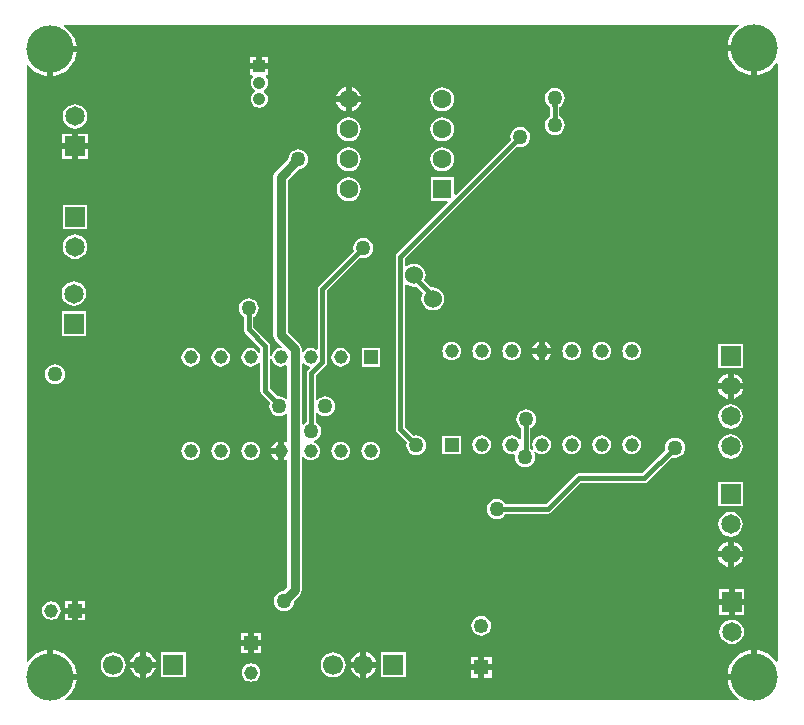
<source format=gbl>
<<<<<<< HEAD
G04*
G04 #@! TF.GenerationSoftware,Altium Limited,Altium Designer,19.1.9 (167)*
G04*
G04 Layer_Physical_Order=2*
G04 Layer_Color=16711680*
%FSLAX43Y43*%
%MOMM*%
G71*
G01*
G75*
%ADD29C,1.250*%
%ADD30R,1.250X1.250*%
%ADD31C,1.150*%
%ADD32R,1.150X1.150*%
%ADD37R,1.150X1.150*%
%ADD57C,0.381*%
%ADD60C,0.800*%
%ADD62C,4.000*%
%ADD63R,1.651X1.651*%
%ADD64C,1.651*%
%ADD65R,1.600X1.600*%
%ADD66C,1.600*%
%ADD67C,1.159*%
%ADD68R,1.159X1.159*%
%ADD69C,1.700*%
%ADD70R,1.700X1.700*%
%ADD71C,1.050*%
%ADD72R,1.050X1.050*%
%ADD73C,1.524*%
%ADD74C,1.270*%
G36*
X60510Y57396D02*
X60524Y57269D01*
X60198Y57002D01*
X59917Y56658D01*
X59708Y56267D01*
X59579Y55842D01*
X59560Y55654D01*
X61800D01*
Y55400D01*
X62054D01*
Y53160D01*
X62242Y53179D01*
X62667Y53307D01*
X63058Y53517D01*
X63402Y53798D01*
X63669Y54124D01*
X63796Y54110D01*
X63796Y3490D01*
X63669Y3476D01*
X63402Y3802D01*
X63058Y4083D01*
X62667Y4293D01*
X62242Y4421D01*
X62054Y4440D01*
Y2200D01*
X61800D01*
Y1946D01*
X59560D01*
X59579Y1758D01*
X59708Y1333D01*
X59917Y942D01*
X60198Y598D01*
X60525Y331D01*
X60510Y204D01*
X3490Y204D01*
X3475Y331D01*
X3802Y598D01*
X4083Y942D01*
X4293Y1333D01*
X4421Y1758D01*
X4440Y1946D01*
X2200D01*
Y2200D01*
X1946D01*
Y4440D01*
X1758Y4421D01*
X1333Y4293D01*
X942Y4083D01*
X598Y3802D01*
X331Y3476D01*
X204Y3490D01*
X204Y54010D01*
X331Y54025D01*
X598Y53698D01*
X942Y53417D01*
X1333Y53208D01*
X1758Y53079D01*
X1946Y53060D01*
Y55300D01*
X2200D01*
Y55554D01*
X4440D01*
X4421Y55742D01*
X4293Y56167D01*
X4083Y56558D01*
X3802Y56902D01*
X3458Y57183D01*
X3298Y57269D01*
X3329Y57396D01*
X60510Y57396D01*
D02*
G37*
%LPC*%
G36*
X20679Y54673D02*
X20154D01*
Y54148D01*
X20679D01*
Y54673D01*
D02*
G37*
G36*
X19646D02*
X19121D01*
Y54148D01*
X19646D01*
Y54673D01*
D02*
G37*
G36*
X61546Y55146D02*
X59560D01*
X59579Y54958D01*
X59708Y54533D01*
X59917Y54142D01*
X60198Y53798D01*
X60542Y53517D01*
X60933Y53307D01*
X61358Y53179D01*
X61546Y53160D01*
Y55146D01*
D02*
G37*
G36*
X4440Y55046D02*
X2454D01*
Y53060D01*
X2642Y53079D01*
X3067Y53208D01*
X3458Y53417D01*
X3802Y53698D01*
X4083Y54042D01*
X4293Y54433D01*
X4421Y54858D01*
X4440Y55046D01*
D02*
G37*
G36*
X27714Y52110D02*
Y51334D01*
X28490D01*
X28487Y51355D01*
X28381Y51612D01*
X28212Y51832D01*
X27992Y52001D01*
X27735Y52107D01*
X27714Y52110D01*
D02*
G37*
G36*
X27206D02*
X27185Y52107D01*
X26928Y52001D01*
X26708Y51832D01*
X26539Y51612D01*
X26433Y51355D01*
X26430Y51334D01*
X27206D01*
Y52110D01*
D02*
G37*
G36*
X20679Y53640D02*
X19900D01*
X19121D01*
Y53115D01*
X19317D01*
X19359Y52988D01*
X19264Y52864D01*
X19191Y52687D01*
X19166Y52497D01*
X19191Y52307D01*
X19264Y52130D01*
X19381Y51978D01*
X19522Y51869D01*
X19530Y51799D01*
X19522Y51728D01*
X19381Y51619D01*
X19264Y51467D01*
X19191Y51290D01*
X19166Y51100D01*
X19191Y50910D01*
X19264Y50733D01*
X19381Y50581D01*
X19533Y50464D01*
X19710Y50391D01*
X19900Y50366D01*
X20090Y50391D01*
X20267Y50464D01*
X20419Y50581D01*
X20536Y50733D01*
X20609Y50910D01*
X20634Y51100D01*
X20609Y51290D01*
X20536Y51467D01*
X20419Y51619D01*
X20278Y51728D01*
X20270Y51799D01*
X20278Y51869D01*
X20419Y51978D01*
X20536Y52130D01*
X20609Y52307D01*
X20634Y52497D01*
X20609Y52687D01*
X20536Y52864D01*
X20441Y52988D01*
X20483Y53115D01*
X20679D01*
Y53640D01*
D02*
G37*
G36*
X35400Y52092D02*
X35138Y52057D01*
X34894Y51956D01*
X34685Y51795D01*
X34524Y51586D01*
X34423Y51342D01*
X34388Y51080D01*
X34423Y50818D01*
X34524Y50574D01*
X34685Y50365D01*
X34894Y50204D01*
X35138Y50103D01*
X35400Y50068D01*
X35662Y50103D01*
X35906Y50204D01*
X36115Y50365D01*
X36276Y50574D01*
X36377Y50818D01*
X36412Y51080D01*
X36377Y51342D01*
X36276Y51586D01*
X36115Y51795D01*
X35906Y51956D01*
X35662Y52057D01*
X35400Y52092D01*
D02*
G37*
G36*
X28490Y50826D02*
X27714D01*
Y50050D01*
X27735Y50053D01*
X27992Y50159D01*
X28212Y50328D01*
X28381Y50548D01*
X28487Y50805D01*
X28490Y50826D01*
D02*
G37*
G36*
X27206D02*
X26430D01*
X26433Y50805D01*
X26539Y50548D01*
X26708Y50328D01*
X26928Y50159D01*
X27185Y50053D01*
X27206Y50050D01*
Y50826D01*
D02*
G37*
G36*
X4300Y50678D02*
X4031Y50642D01*
X3781Y50539D01*
X3566Y50374D01*
X3401Y50159D01*
X3298Y49909D01*
X3262Y49640D01*
X3298Y49371D01*
X3401Y49121D01*
X3566Y48906D01*
X3781Y48741D01*
X4031Y48638D01*
X4300Y48602D01*
X4569Y48638D01*
X4819Y48741D01*
X5034Y48906D01*
X5199Y49121D01*
X5302Y49371D01*
X5338Y49640D01*
X5302Y49909D01*
X5199Y50159D01*
X5034Y50374D01*
X4819Y50539D01*
X4569Y50642D01*
X4300Y50678D01*
D02*
G37*
G36*
X44900Y52045D02*
X44681Y52017D01*
X44477Y51932D01*
X44302Y51798D01*
X44168Y51623D01*
X44083Y51419D01*
X44055Y51200D01*
X44083Y50981D01*
X44168Y50777D01*
X44302Y50602D01*
X44477Y50468D01*
X44499Y50459D01*
Y49641D01*
X44477Y49632D01*
X44302Y49498D01*
X44168Y49323D01*
X44083Y49119D01*
X44054Y48900D01*
X44083Y48681D01*
X44168Y48477D01*
X44302Y48302D01*
X44477Y48168D01*
X44681Y48083D01*
X44900Y48054D01*
X45119Y48083D01*
X45323Y48168D01*
X45498Y48302D01*
X45632Y48477D01*
X45717Y48681D01*
X45745Y48900D01*
X45717Y49119D01*
X45632Y49323D01*
X45498Y49498D01*
X45323Y49632D01*
X45301Y49641D01*
Y50459D01*
X45323Y50468D01*
X45498Y50602D01*
X45632Y50777D01*
X45717Y50981D01*
X45745Y51200D01*
X45717Y51419D01*
X45632Y51623D01*
X45498Y51798D01*
X45323Y51932D01*
X45119Y52017D01*
X44900Y52045D01*
D02*
G37*
G36*
X35400Y49552D02*
X35138Y49517D01*
X34894Y49416D01*
X34685Y49255D01*
X34524Y49046D01*
X34423Y48802D01*
X34388Y48540D01*
X34423Y48278D01*
X34524Y48034D01*
X34685Y47825D01*
X34894Y47664D01*
X35138Y47563D01*
X35400Y47528D01*
X35662Y47563D01*
X35906Y47664D01*
X36115Y47825D01*
X36276Y48034D01*
X36377Y48278D01*
X36412Y48540D01*
X36377Y48802D01*
X36276Y49046D01*
X36115Y49255D01*
X35906Y49416D01*
X35662Y49517D01*
X35400Y49552D01*
D02*
G37*
G36*
X27460D02*
X27198Y49517D01*
X26954Y49416D01*
X26745Y49255D01*
X26584Y49046D01*
X26483Y48802D01*
X26448Y48540D01*
X26483Y48278D01*
X26584Y48034D01*
X26745Y47825D01*
X26954Y47664D01*
X27198Y47563D01*
X27460Y47528D01*
X27722Y47563D01*
X27966Y47664D01*
X28175Y47825D01*
X28336Y48034D01*
X28437Y48278D01*
X28472Y48540D01*
X28437Y48802D01*
X28336Y49046D01*
X28175Y49255D01*
X27966Y49416D01*
X27722Y49517D01*
X27460Y49552D01*
D02*
G37*
G36*
X5379Y48180D02*
X4554D01*
Y47354D01*
X5379D01*
Y48180D01*
D02*
G37*
G36*
X4046D02*
X3220D01*
Y47354D01*
X4046D01*
Y48180D01*
D02*
G37*
G36*
X42000Y48745D02*
X41781Y48717D01*
X41577Y48632D01*
X41402Y48498D01*
X41268Y48323D01*
X41183Y48119D01*
X41155Y47900D01*
X41183Y47681D01*
X41192Y47660D01*
X36521Y42988D01*
X36403Y43037D01*
Y44463D01*
X34397D01*
Y42457D01*
X35823D01*
X35872Y42339D01*
X31560Y38028D01*
X31473Y37898D01*
X31443Y37744D01*
Y23156D01*
X31473Y23002D01*
X31560Y22872D01*
X32392Y22040D01*
X32383Y22019D01*
X32355Y21800D01*
X32383Y21581D01*
X32468Y21377D01*
X32602Y21202D01*
X32777Y21068D01*
X32981Y20983D01*
X33200Y20955D01*
X33419Y20983D01*
X33623Y21068D01*
X33798Y21202D01*
X33932Y21377D01*
X34017Y21581D01*
X34045Y21800D01*
X34017Y22019D01*
X33932Y22223D01*
X33798Y22398D01*
X33623Y22532D01*
X33419Y22617D01*
X33200Y22645D01*
X32981Y22617D01*
X32960Y22608D01*
X32246Y23322D01*
Y35402D01*
X32373Y35465D01*
X32513Y35357D01*
X32748Y35260D01*
X33000Y35226D01*
X33182Y35250D01*
X33754Y34679D01*
X33660Y34452D01*
X33626Y34200D01*
X33660Y33948D01*
X33757Y33713D01*
X33912Y33512D01*
X34113Y33357D01*
X34348Y33260D01*
X34600Y33226D01*
X34852Y33260D01*
X35087Y33357D01*
X35288Y33512D01*
X35443Y33713D01*
X35540Y33948D01*
X35574Y34200D01*
X35540Y34452D01*
X35443Y34687D01*
X35288Y34888D01*
X35087Y35043D01*
X34852Y35140D01*
X34600Y35174D01*
X34418Y35150D01*
X33846Y35721D01*
X33940Y35948D01*
X33974Y36200D01*
X33940Y36452D01*
X33843Y36687D01*
X33688Y36888D01*
X33487Y37043D01*
X33252Y37140D01*
X33000Y37174D01*
X32748Y37140D01*
X32513Y37043D01*
X32373Y36935D01*
X32246Y36998D01*
Y37578D01*
X41760Y47092D01*
X41781Y47083D01*
X42000Y47055D01*
X42219Y47083D01*
X42423Y47168D01*
X42598Y47302D01*
X42732Y47477D01*
X42817Y47681D01*
X42845Y47900D01*
X42817Y48119D01*
X42732Y48323D01*
X42598Y48498D01*
X42423Y48632D01*
X42219Y48717D01*
X42000Y48745D01*
D02*
G37*
G36*
X5379Y46846D02*
X4554D01*
Y46021D01*
X5379D01*
Y46846D01*
D02*
G37*
G36*
X4046D02*
X3220D01*
Y46021D01*
X4046D01*
Y46846D01*
D02*
G37*
G36*
X35400Y47012D02*
X35138Y46977D01*
X34894Y46876D01*
X34685Y46715D01*
X34524Y46506D01*
X34423Y46262D01*
X34388Y46000D01*
X34423Y45738D01*
X34524Y45494D01*
X34685Y45285D01*
X34894Y45124D01*
X35138Y45023D01*
X35400Y44988D01*
X35662Y45023D01*
X35906Y45124D01*
X36115Y45285D01*
X36276Y45494D01*
X36377Y45738D01*
X36412Y46000D01*
X36377Y46262D01*
X36276Y46506D01*
X36115Y46715D01*
X35906Y46876D01*
X35662Y46977D01*
X35400Y47012D01*
D02*
G37*
G36*
X27460D02*
X27198Y46977D01*
X26954Y46876D01*
X26745Y46715D01*
X26584Y46506D01*
X26483Y46262D01*
X26448Y46000D01*
X26483Y45738D01*
X26584Y45494D01*
X26745Y45285D01*
X26954Y45124D01*
X27198Y45023D01*
X27460Y44988D01*
X27722Y45023D01*
X27966Y45124D01*
X28175Y45285D01*
X28336Y45494D01*
X28437Y45738D01*
X28472Y46000D01*
X28437Y46262D01*
X28336Y46506D01*
X28175Y46715D01*
X27966Y46876D01*
X27722Y46977D01*
X27460Y47012D01*
D02*
G37*
G36*
Y44472D02*
X27198Y44437D01*
X26954Y44336D01*
X26745Y44175D01*
X26584Y43966D01*
X26483Y43722D01*
X26448Y43460D01*
X26483Y43198D01*
X26584Y42954D01*
X26745Y42745D01*
X26954Y42584D01*
X27198Y42483D01*
X27460Y42448D01*
X27722Y42483D01*
X27966Y42584D01*
X28175Y42745D01*
X28336Y42954D01*
X28437Y43198D01*
X28472Y43460D01*
X28437Y43722D01*
X28336Y43966D01*
X28175Y44175D01*
X27966Y44336D01*
X27722Y44437D01*
X27460Y44472D01*
D02*
G37*
G36*
X5329Y42169D02*
X3271D01*
Y40111D01*
X5329D01*
Y42169D01*
D02*
G37*
G36*
X23200Y46845D02*
X22981Y46817D01*
X22777Y46732D01*
X22602Y46598D01*
X22468Y46423D01*
X22383Y46219D01*
X22358Y46028D01*
X21265Y44935D01*
X21132Y44735D01*
X21085Y44500D01*
Y31100D01*
X21132Y30865D01*
X21265Y30665D01*
X21783Y30147D01*
X21724Y30027D01*
X21720Y30027D01*
X21516Y30001D01*
X21325Y29922D01*
X21162Y29796D01*
X21036Y29633D01*
X20957Y29442D01*
X20931Y29238D01*
X20957Y29034D01*
X21036Y28843D01*
X21162Y28680D01*
X21325Y28554D01*
X21516Y28475D01*
X21720Y28449D01*
X21924Y28475D01*
X22115Y28554D01*
X22161Y28590D01*
X22288Y28527D01*
Y25760D01*
X22161Y25719D01*
X22013Y25832D01*
X21809Y25917D01*
X21590Y25945D01*
X21442Y25926D01*
X20801Y26566D01*
Y30200D01*
X20771Y30354D01*
X20684Y30484D01*
X19401Y31766D01*
Y32659D01*
X19423Y32668D01*
X19598Y32802D01*
X19732Y32977D01*
X19817Y33181D01*
X19845Y33400D01*
X19817Y33619D01*
X19732Y33823D01*
X19598Y33998D01*
X19423Y34132D01*
X19219Y34217D01*
X19000Y34245D01*
X18781Y34217D01*
X18577Y34132D01*
X18402Y33998D01*
X18268Y33823D01*
X18183Y33619D01*
X18155Y33400D01*
X18183Y33181D01*
X18268Y32977D01*
X18402Y32802D01*
X18577Y32668D01*
X18599Y32659D01*
Y31600D01*
X18629Y31446D01*
X18716Y31316D01*
X19999Y30034D01*
Y29639D01*
X19872Y29614D01*
X19864Y29633D01*
X19738Y29796D01*
X19575Y29922D01*
X19384Y30001D01*
X19180Y30027D01*
X18976Y30001D01*
X18785Y29922D01*
X18622Y29796D01*
X18496Y29633D01*
X18417Y29442D01*
X18391Y29238D01*
X18417Y29034D01*
X18496Y28843D01*
X18622Y28680D01*
X18785Y28554D01*
X18976Y28475D01*
X19180Y28449D01*
X19384Y28475D01*
X19575Y28554D01*
X19738Y28680D01*
X19864Y28843D01*
X19872Y28862D01*
X19999Y28837D01*
Y26400D01*
X20029Y26246D01*
X20116Y26116D01*
X20815Y25418D01*
X20774Y25319D01*
X20745Y25100D01*
X20774Y24881D01*
X20858Y24677D01*
X20993Y24502D01*
X21168Y24368D01*
X21372Y24283D01*
X21590Y24255D01*
X21809Y24283D01*
X22013Y24368D01*
X22161Y24481D01*
X22288Y24440D01*
Y22059D01*
X22174Y22002D01*
X22140Y22028D01*
X21974Y22097D01*
Y21300D01*
Y20503D01*
X22140Y20572D01*
X22174Y20598D01*
X22288Y20541D01*
Y9757D01*
X21972Y9442D01*
X21781Y9417D01*
X21577Y9332D01*
X21402Y9198D01*
X21268Y9023D01*
X21183Y8819D01*
X21155Y8600D01*
X21183Y8381D01*
X21268Y8177D01*
X21402Y8002D01*
X21577Y7868D01*
X21781Y7783D01*
X22000Y7755D01*
X22219Y7783D01*
X22423Y7868D01*
X22598Y8002D01*
X22732Y8177D01*
X22817Y8381D01*
X22842Y8572D01*
X23338Y9068D01*
X23471Y9267D01*
X23518Y9503D01*
Y20773D01*
X23645Y20816D01*
X23702Y20742D01*
X23865Y20616D01*
X24056Y20537D01*
X24260Y20511D01*
X24464Y20537D01*
X24655Y20616D01*
X24818Y20742D01*
X24944Y20905D01*
X25023Y21096D01*
X25049Y21300D01*
X25023Y21504D01*
X24944Y21695D01*
X24818Y21858D01*
X24655Y21984D01*
X24491Y22052D01*
X24492Y22169D01*
X24495Y22180D01*
X24519Y22183D01*
X24723Y22268D01*
X24898Y22402D01*
X25032Y22577D01*
X25117Y22781D01*
X25145Y23000D01*
X25117Y23219D01*
X25032Y23423D01*
X24898Y23598D01*
X24723Y23732D01*
X24701Y23741D01*
Y24555D01*
X24828Y24598D01*
X24902Y24502D01*
X25077Y24368D01*
X25281Y24283D01*
X25500Y24255D01*
X25719Y24283D01*
X25923Y24368D01*
X26098Y24502D01*
X26232Y24677D01*
X26317Y24881D01*
X26345Y25100D01*
X26317Y25319D01*
X26232Y25523D01*
X26098Y25698D01*
X25923Y25832D01*
X25719Y25917D01*
X25500Y25945D01*
X25281Y25917D01*
X25077Y25832D01*
X24902Y25698D01*
X24828Y25602D01*
X24701Y25645D01*
Y27735D01*
X25517Y28551D01*
X25604Y28681D01*
X25635Y28835D01*
Y34867D01*
X28460Y37692D01*
X28481Y37683D01*
X28700Y37655D01*
X28919Y37683D01*
X29123Y37768D01*
X29298Y37902D01*
X29432Y38077D01*
X29517Y38281D01*
X29545Y38500D01*
X29517Y38719D01*
X29432Y38923D01*
X29298Y39098D01*
X29123Y39232D01*
X28919Y39317D01*
X28700Y39345D01*
X28481Y39317D01*
X28277Y39232D01*
X28102Y39098D01*
X27968Y38923D01*
X27883Y38719D01*
X27855Y38500D01*
X27883Y38281D01*
X27892Y38260D01*
X24949Y35317D01*
X24862Y35187D01*
X24832Y35033D01*
Y29946D01*
X24705Y29883D01*
X24655Y29922D01*
X24464Y30001D01*
X24260Y30027D01*
X24056Y30001D01*
X23865Y29922D01*
X23702Y29796D01*
X23645Y29722D01*
X23570Y29725D01*
X23569Y29726D01*
X23515Y29761D01*
Y29900D01*
X23468Y30135D01*
X23335Y30335D01*
X22315Y31355D01*
Y44245D01*
X23228Y45158D01*
X23419Y45183D01*
X23623Y45268D01*
X23798Y45402D01*
X23932Y45577D01*
X24017Y45781D01*
X24045Y46000D01*
X24017Y46219D01*
X23932Y46423D01*
X23798Y46598D01*
X23623Y46732D01*
X23419Y46817D01*
X23200Y46845D01*
D02*
G37*
G36*
X4300Y39638D02*
X4031Y39602D01*
X3781Y39499D01*
X3566Y39334D01*
X3401Y39119D01*
X3298Y38869D01*
X3262Y38600D01*
X3298Y38331D01*
X3401Y38081D01*
X3566Y37866D01*
X3781Y37701D01*
X4031Y37598D01*
X4300Y37562D01*
X4569Y37598D01*
X4819Y37701D01*
X5034Y37866D01*
X5199Y38081D01*
X5302Y38331D01*
X5338Y38600D01*
X5302Y38869D01*
X5199Y39119D01*
X5034Y39334D01*
X4819Y39499D01*
X4569Y39602D01*
X4300Y39638D01*
D02*
G37*
G36*
X4200Y35678D02*
X3931Y35642D01*
X3681Y35539D01*
X3466Y35374D01*
X3301Y35159D01*
X3198Y34909D01*
X3162Y34640D01*
X3198Y34371D01*
X3301Y34121D01*
X3466Y33906D01*
X3681Y33741D01*
X3931Y33638D01*
X4200Y33602D01*
X4469Y33638D01*
X4719Y33741D01*
X4934Y33906D01*
X5099Y34121D01*
X5202Y34371D01*
X5238Y34640D01*
X5202Y34909D01*
X5099Y35159D01*
X4934Y35374D01*
X4719Y35539D01*
X4469Y35642D01*
X4200Y35678D01*
D02*
G37*
G36*
X5229Y33129D02*
X3171D01*
Y31071D01*
X5229D01*
Y33129D01*
D02*
G37*
G36*
X44054Y30566D02*
Y30023D01*
X44597D01*
X44528Y30189D01*
X44394Y30363D01*
X44220Y30497D01*
X44054Y30566D01*
D02*
G37*
G36*
X43546Y30566D02*
X43380Y30497D01*
X43206Y30363D01*
X43072Y30189D01*
X43003Y30023D01*
X43546D01*
Y30566D01*
D02*
G37*
G36*
X51420Y30558D02*
X51216Y30532D01*
X51025Y30453D01*
X50862Y30327D01*
X50736Y30164D01*
X50657Y29973D01*
X50631Y29769D01*
X50657Y29565D01*
X50736Y29374D01*
X50862Y29211D01*
X51025Y29085D01*
X51216Y29006D01*
X51420Y28980D01*
X51624Y29006D01*
X51815Y29085D01*
X51978Y29211D01*
X52104Y29374D01*
X52183Y29565D01*
X52209Y29769D01*
X52183Y29973D01*
X52104Y30164D01*
X51978Y30327D01*
X51815Y30453D01*
X51624Y30532D01*
X51420Y30558D01*
D02*
G37*
G36*
X48880D02*
X48676Y30532D01*
X48485Y30453D01*
X48322Y30327D01*
X48196Y30164D01*
X48117Y29973D01*
X48091Y29769D01*
X48117Y29565D01*
X48196Y29374D01*
X48322Y29211D01*
X48485Y29085D01*
X48676Y29006D01*
X48880Y28980D01*
X49084Y29006D01*
X49275Y29085D01*
X49438Y29211D01*
X49564Y29374D01*
X49643Y29565D01*
X49669Y29769D01*
X49643Y29973D01*
X49564Y30164D01*
X49438Y30327D01*
X49275Y30453D01*
X49084Y30532D01*
X48880Y30558D01*
D02*
G37*
G36*
X46340D02*
X46136Y30532D01*
X45945Y30453D01*
X45782Y30327D01*
X45656Y30164D01*
X45577Y29973D01*
X45551Y29769D01*
X45577Y29565D01*
X45656Y29374D01*
X45782Y29211D01*
X45945Y29085D01*
X46136Y29006D01*
X46340Y28980D01*
X46544Y29006D01*
X46735Y29085D01*
X46898Y29211D01*
X47024Y29374D01*
X47103Y29565D01*
X47129Y29769D01*
X47103Y29973D01*
X47024Y30164D01*
X46898Y30327D01*
X46735Y30453D01*
X46544Y30532D01*
X46340Y30558D01*
D02*
G37*
G36*
X41260D02*
X41056Y30532D01*
X40865Y30453D01*
X40702Y30327D01*
X40576Y30164D01*
X40497Y29973D01*
X40471Y29769D01*
X40497Y29565D01*
X40576Y29374D01*
X40702Y29211D01*
X40865Y29085D01*
X41056Y29006D01*
X41260Y28980D01*
X41464Y29006D01*
X41655Y29085D01*
X41818Y29211D01*
X41944Y29374D01*
X42023Y29565D01*
X42049Y29769D01*
X42023Y29973D01*
X41944Y30164D01*
X41818Y30327D01*
X41655Y30453D01*
X41464Y30532D01*
X41260Y30558D01*
D02*
G37*
G36*
X38720D02*
X38516Y30532D01*
X38325Y30453D01*
X38162Y30327D01*
X38036Y30164D01*
X37957Y29973D01*
X37931Y29769D01*
X37957Y29565D01*
X38036Y29374D01*
X38162Y29211D01*
X38325Y29085D01*
X38516Y29006D01*
X38720Y28980D01*
X38924Y29006D01*
X39115Y29085D01*
X39278Y29211D01*
X39404Y29374D01*
X39483Y29565D01*
X39509Y29769D01*
X39483Y29973D01*
X39404Y30164D01*
X39278Y30327D01*
X39115Y30453D01*
X38924Y30532D01*
X38720Y30558D01*
D02*
G37*
G36*
X36180D02*
X35976Y30532D01*
X35785Y30453D01*
X35622Y30327D01*
X35496Y30164D01*
X35417Y29973D01*
X35391Y29769D01*
X35417Y29565D01*
X35496Y29374D01*
X35622Y29211D01*
X35785Y29085D01*
X35976Y29006D01*
X36180Y28980D01*
X36384Y29006D01*
X36575Y29085D01*
X36738Y29211D01*
X36864Y29374D01*
X36943Y29565D01*
X36969Y29769D01*
X36943Y29973D01*
X36864Y30164D01*
X36738Y30327D01*
X36575Y30453D01*
X36384Y30532D01*
X36180Y30558D01*
D02*
G37*
G36*
X44597Y29515D02*
X44054D01*
Y28972D01*
X44220Y29041D01*
X44394Y29175D01*
X44528Y29349D01*
X44597Y29515D01*
D02*
G37*
G36*
X43546D02*
X43003D01*
X43072Y29349D01*
X43206Y29175D01*
X43380Y29041D01*
X43546Y28972D01*
Y29515D01*
D02*
G37*
G36*
X30123Y30021D02*
X28557D01*
Y28455D01*
X30123D01*
Y30021D01*
D02*
G37*
G36*
X26800Y30027D02*
X26596Y30001D01*
X26405Y29922D01*
X26242Y29796D01*
X26116Y29633D01*
X26037Y29442D01*
X26011Y29238D01*
X26037Y29034D01*
X26116Y28843D01*
X26242Y28680D01*
X26405Y28554D01*
X26596Y28475D01*
X26800Y28449D01*
X27004Y28475D01*
X27195Y28554D01*
X27358Y28680D01*
X27484Y28843D01*
X27563Y29034D01*
X27589Y29238D01*
X27563Y29442D01*
X27484Y29633D01*
X27358Y29796D01*
X27195Y29922D01*
X27004Y30001D01*
X26800Y30027D01*
D02*
G37*
G36*
X16640D02*
X16436Y30001D01*
X16245Y29922D01*
X16082Y29796D01*
X15956Y29633D01*
X15877Y29442D01*
X15851Y29238D01*
X15877Y29034D01*
X15956Y28843D01*
X16082Y28680D01*
X16245Y28554D01*
X16436Y28475D01*
X16640Y28449D01*
X16844Y28475D01*
X17035Y28554D01*
X17198Y28680D01*
X17324Y28843D01*
X17403Y29034D01*
X17429Y29238D01*
X17403Y29442D01*
X17324Y29633D01*
X17198Y29796D01*
X17035Y29922D01*
X16844Y30001D01*
X16640Y30027D01*
D02*
G37*
G36*
X14100D02*
X13896Y30001D01*
X13705Y29922D01*
X13542Y29796D01*
X13416Y29633D01*
X13337Y29442D01*
X13311Y29238D01*
X13337Y29034D01*
X13416Y28843D01*
X13542Y28680D01*
X13705Y28554D01*
X13896Y28475D01*
X14100Y28449D01*
X14304Y28475D01*
X14495Y28554D01*
X14658Y28680D01*
X14784Y28843D01*
X14863Y29034D01*
X14889Y29238D01*
X14863Y29442D01*
X14784Y29633D01*
X14658Y29796D01*
X14495Y29922D01*
X14304Y30001D01*
X14100Y30027D01*
D02*
G37*
G36*
X60829Y30349D02*
X58771D01*
Y28291D01*
X60829D01*
Y30349D01*
D02*
G37*
G36*
X60054Y27835D02*
Y27034D01*
X60855D01*
X60852Y27062D01*
X60743Y27324D01*
X60570Y27550D01*
X60344Y27723D01*
X60082Y27832D01*
X60054Y27835D01*
D02*
G37*
G36*
X59546D02*
X59518Y27832D01*
X59256Y27723D01*
X59030Y27550D01*
X58857Y27324D01*
X58748Y27062D01*
X58745Y27034D01*
X59546D01*
Y27835D01*
D02*
G37*
G36*
X2600Y28645D02*
X2381Y28617D01*
X2177Y28532D01*
X2002Y28398D01*
X1868Y28223D01*
X1783Y28019D01*
X1755Y27800D01*
X1783Y27581D01*
X1868Y27377D01*
X2002Y27202D01*
X2177Y27068D01*
X2381Y26983D01*
X2600Y26955D01*
X2819Y26983D01*
X3023Y27068D01*
X3198Y27202D01*
X3332Y27377D01*
X3417Y27581D01*
X3445Y27800D01*
X3417Y28019D01*
X3332Y28223D01*
X3198Y28398D01*
X3023Y28532D01*
X2819Y28617D01*
X2600Y28645D01*
D02*
G37*
G36*
X60855Y26526D02*
X60054D01*
Y25725D01*
X60082Y25728D01*
X60344Y25837D01*
X60570Y26010D01*
X60743Y26236D01*
X60852Y26498D01*
X60855Y26526D01*
D02*
G37*
G36*
X59546D02*
X58745D01*
X58748Y26498D01*
X58857Y26236D01*
X59030Y26010D01*
X59256Y25837D01*
X59518Y25728D01*
X59546Y25725D01*
Y26526D01*
D02*
G37*
G36*
X59800Y25278D02*
X59531Y25242D01*
X59281Y25139D01*
X59066Y24974D01*
X58901Y24759D01*
X58798Y24509D01*
X58762Y24240D01*
X58798Y23971D01*
X58901Y23721D01*
X59066Y23506D01*
X59281Y23341D01*
X59531Y23238D01*
X59800Y23202D01*
X60069Y23238D01*
X60319Y23341D01*
X60534Y23506D01*
X60699Y23721D01*
X60802Y23971D01*
X60838Y24240D01*
X60802Y24509D01*
X60699Y24759D01*
X60534Y24974D01*
X60319Y25139D01*
X60069Y25242D01*
X59800Y25278D01*
D02*
G37*
G36*
X42500Y24845D02*
X42281Y24817D01*
X42077Y24732D01*
X41902Y24598D01*
X41768Y24423D01*
X41683Y24219D01*
X41655Y24000D01*
X41683Y23781D01*
X41768Y23577D01*
X41902Y23402D01*
X42049Y23290D01*
Y22288D01*
X41922Y22255D01*
X41818Y22389D01*
X41655Y22515D01*
X41464Y22594D01*
X41260Y22620D01*
X41056Y22594D01*
X40865Y22515D01*
X40702Y22389D01*
X40576Y22226D01*
X40497Y22035D01*
X40471Y21831D01*
X40497Y21627D01*
X40576Y21436D01*
X40702Y21273D01*
X40865Y21147D01*
X41056Y21068D01*
X41260Y21042D01*
X41464Y21068D01*
X41480Y21075D01*
X41578Y20978D01*
X41555Y20800D01*
X41583Y20581D01*
X41668Y20377D01*
X41802Y20202D01*
X41977Y20068D01*
X42181Y19983D01*
X42400Y19955D01*
X42619Y19983D01*
X42823Y20068D01*
X42998Y20202D01*
X43132Y20377D01*
X43217Y20581D01*
X43245Y20800D01*
X43217Y21019D01*
X43144Y21194D01*
X43242Y21273D01*
X43405Y21147D01*
X43596Y21068D01*
X43800Y21042D01*
X44004Y21068D01*
X44195Y21147D01*
X44358Y21273D01*
X44484Y21436D01*
X44563Y21627D01*
X44589Y21831D01*
X44563Y22035D01*
X44484Y22226D01*
X44358Y22389D01*
X44195Y22515D01*
X44004Y22594D01*
X43800Y22620D01*
X43596Y22594D01*
X43405Y22515D01*
X43242Y22389D01*
X43116Y22226D01*
X43037Y22035D01*
X43011Y21831D01*
X43037Y21627D01*
X43102Y21470D01*
X42998Y21398D01*
X42851Y21510D01*
Y23238D01*
X42923Y23268D01*
X43098Y23402D01*
X43232Y23577D01*
X43317Y23781D01*
X43345Y24000D01*
X43317Y24219D01*
X43232Y24423D01*
X43098Y24598D01*
X42923Y24732D01*
X42719Y24817D01*
X42500Y24845D01*
D02*
G37*
G36*
X21466Y22097D02*
X21300Y22028D01*
X21126Y21894D01*
X20992Y21720D01*
X20923Y21554D01*
X21466D01*
Y22097D01*
D02*
G37*
G36*
X36963Y22614D02*
X35397D01*
Y21048D01*
X36963D01*
Y22614D01*
D02*
G37*
G36*
X51420Y22620D02*
X51216Y22594D01*
X51025Y22515D01*
X50862Y22389D01*
X50736Y22226D01*
X50657Y22035D01*
X50631Y21831D01*
X50657Y21627D01*
X50736Y21436D01*
X50862Y21273D01*
X51025Y21147D01*
X51216Y21068D01*
X51420Y21042D01*
X51624Y21068D01*
X51815Y21147D01*
X51978Y21273D01*
X52104Y21436D01*
X52183Y21627D01*
X52209Y21831D01*
X52183Y22035D01*
X52104Y22226D01*
X51978Y22389D01*
X51815Y22515D01*
X51624Y22594D01*
X51420Y22620D01*
D02*
G37*
G36*
X48880D02*
X48676Y22594D01*
X48485Y22515D01*
X48322Y22389D01*
X48196Y22226D01*
X48117Y22035D01*
X48091Y21831D01*
X48117Y21627D01*
X48196Y21436D01*
X48322Y21273D01*
X48485Y21147D01*
X48676Y21068D01*
X48880Y21042D01*
X49084Y21068D01*
X49275Y21147D01*
X49438Y21273D01*
X49564Y21436D01*
X49643Y21627D01*
X49669Y21831D01*
X49643Y22035D01*
X49564Y22226D01*
X49438Y22389D01*
X49275Y22515D01*
X49084Y22594D01*
X48880Y22620D01*
D02*
G37*
G36*
X46340D02*
X46136Y22594D01*
X45945Y22515D01*
X45782Y22389D01*
X45656Y22226D01*
X45577Y22035D01*
X45551Y21831D01*
X45577Y21627D01*
X45656Y21436D01*
X45782Y21273D01*
X45945Y21147D01*
X46136Y21068D01*
X46340Y21042D01*
X46544Y21068D01*
X46735Y21147D01*
X46898Y21273D01*
X47024Y21436D01*
X47103Y21627D01*
X47129Y21831D01*
X47103Y22035D01*
X47024Y22226D01*
X46898Y22389D01*
X46735Y22515D01*
X46544Y22594D01*
X46340Y22620D01*
D02*
G37*
G36*
X38720D02*
X38516Y22594D01*
X38325Y22515D01*
X38162Y22389D01*
X38036Y22226D01*
X37957Y22035D01*
X37931Y21831D01*
X37957Y21627D01*
X38036Y21436D01*
X38162Y21273D01*
X38325Y21147D01*
X38516Y21068D01*
X38720Y21042D01*
X38924Y21068D01*
X39115Y21147D01*
X39278Y21273D01*
X39404Y21436D01*
X39483Y21627D01*
X39509Y21831D01*
X39483Y22035D01*
X39404Y22226D01*
X39278Y22389D01*
X39115Y22515D01*
X38924Y22594D01*
X38720Y22620D01*
D02*
G37*
G36*
X55100Y22445D02*
X54881Y22417D01*
X54677Y22332D01*
X54502Y22198D01*
X54368Y22023D01*
X54283Y21819D01*
X54255Y21600D01*
X54283Y21381D01*
X54292Y21360D01*
X52334Y19401D01*
X46945D01*
X46792Y19371D01*
X46661Y19284D01*
X44179Y16801D01*
X40741D01*
X40732Y16823D01*
X40598Y16998D01*
X40423Y17132D01*
X40219Y17217D01*
X40000Y17245D01*
X39781Y17217D01*
X39577Y17132D01*
X39402Y16998D01*
X39268Y16823D01*
X39183Y16619D01*
X39155Y16400D01*
X39183Y16181D01*
X39268Y15977D01*
X39402Y15802D01*
X39577Y15668D01*
X39781Y15583D01*
X40000Y15555D01*
X40219Y15583D01*
X40423Y15668D01*
X40598Y15802D01*
X40732Y15977D01*
X40741Y15999D01*
X44345D01*
X44499Y16029D01*
X44629Y16116D01*
X47111Y18599D01*
X52500D01*
X52654Y18629D01*
X52784Y18716D01*
X54860Y20792D01*
X54881Y20783D01*
X55100Y20755D01*
X55319Y20783D01*
X55523Y20868D01*
X55698Y21002D01*
X55832Y21177D01*
X55917Y21381D01*
X55945Y21600D01*
X55917Y21819D01*
X55832Y22023D01*
X55698Y22198D01*
X55523Y22332D01*
X55319Y22417D01*
X55100Y22445D01*
D02*
G37*
G36*
X59800Y22738D02*
X59531Y22702D01*
X59281Y22599D01*
X59066Y22434D01*
X58901Y22219D01*
X58798Y21969D01*
X58762Y21700D01*
X58798Y21431D01*
X58901Y21181D01*
X59066Y20966D01*
X59281Y20801D01*
X59531Y20698D01*
X59800Y20662D01*
X60069Y20698D01*
X60319Y20801D01*
X60534Y20966D01*
X60699Y21181D01*
X60802Y21431D01*
X60838Y21700D01*
X60802Y21969D01*
X60699Y22219D01*
X60534Y22434D01*
X60319Y22599D01*
X60069Y22702D01*
X59800Y22738D01*
D02*
G37*
G36*
X29340Y22089D02*
X29136Y22063D01*
X28945Y21984D01*
X28782Y21858D01*
X28656Y21695D01*
X28577Y21504D01*
X28551Y21300D01*
X28577Y21096D01*
X28656Y20905D01*
X28782Y20742D01*
X28945Y20616D01*
X29136Y20537D01*
X29340Y20511D01*
X29544Y20537D01*
X29735Y20616D01*
X29898Y20742D01*
X30024Y20905D01*
X30103Y21096D01*
X30129Y21300D01*
X30103Y21504D01*
X30024Y21695D01*
X29898Y21858D01*
X29735Y21984D01*
X29544Y22063D01*
X29340Y22089D01*
D02*
G37*
G36*
X26800D02*
X26596Y22063D01*
X26405Y21984D01*
X26242Y21858D01*
X26116Y21695D01*
X26037Y21504D01*
X26011Y21300D01*
X26037Y21096D01*
X26116Y20905D01*
X26242Y20742D01*
X26405Y20616D01*
X26596Y20537D01*
X26800Y20511D01*
X27004Y20537D01*
X27195Y20616D01*
X27358Y20742D01*
X27484Y20905D01*
X27563Y21096D01*
X27589Y21300D01*
X27563Y21504D01*
X27484Y21695D01*
X27358Y21858D01*
X27195Y21984D01*
X27004Y22063D01*
X26800Y22089D01*
D02*
G37*
G36*
X19180D02*
X18976Y22063D01*
X18785Y21984D01*
X18622Y21858D01*
X18496Y21695D01*
X18417Y21504D01*
X18391Y21300D01*
X18417Y21096D01*
X18496Y20905D01*
X18622Y20742D01*
X18785Y20616D01*
X18976Y20537D01*
X19180Y20511D01*
X19384Y20537D01*
X19575Y20616D01*
X19738Y20742D01*
X19864Y20905D01*
X19943Y21096D01*
X19969Y21300D01*
X19943Y21504D01*
X19864Y21695D01*
X19738Y21858D01*
X19575Y21984D01*
X19384Y22063D01*
X19180Y22089D01*
D02*
G37*
G36*
X16640D02*
X16436Y22063D01*
X16245Y21984D01*
X16082Y21858D01*
X15956Y21695D01*
X15877Y21504D01*
X15851Y21300D01*
X15877Y21096D01*
X15956Y20905D01*
X16082Y20742D01*
X16245Y20616D01*
X16436Y20537D01*
X16640Y20511D01*
X16844Y20537D01*
X17035Y20616D01*
X17198Y20742D01*
X17324Y20905D01*
X17403Y21096D01*
X17429Y21300D01*
X17403Y21504D01*
X17324Y21695D01*
X17198Y21858D01*
X17035Y21984D01*
X16844Y22063D01*
X16640Y22089D01*
D02*
G37*
G36*
X14100D02*
X13896Y22063D01*
X13705Y21984D01*
X13542Y21858D01*
X13416Y21695D01*
X13337Y21504D01*
X13311Y21300D01*
X13337Y21096D01*
X13416Y20905D01*
X13542Y20742D01*
X13705Y20616D01*
X13896Y20537D01*
X14100Y20511D01*
X14304Y20537D01*
X14495Y20616D01*
X14658Y20742D01*
X14784Y20905D01*
X14863Y21096D01*
X14889Y21300D01*
X14863Y21504D01*
X14784Y21695D01*
X14658Y21858D01*
X14495Y21984D01*
X14304Y22063D01*
X14100Y22089D01*
D02*
G37*
G36*
X21466Y21046D02*
X20923D01*
X20992Y20880D01*
X21126Y20706D01*
X21300Y20572D01*
X21466Y20503D01*
Y21046D01*
D02*
G37*
G36*
X60829Y18669D02*
X58771D01*
Y16611D01*
X60829D01*
Y18669D01*
D02*
G37*
G36*
X59800Y16138D02*
X59531Y16102D01*
X59281Y15999D01*
X59066Y15834D01*
X58901Y15619D01*
X58798Y15369D01*
X58762Y15100D01*
X58798Y14831D01*
X58901Y14581D01*
X59066Y14366D01*
X59281Y14201D01*
X59531Y14098D01*
X59800Y14062D01*
X60069Y14098D01*
X60319Y14201D01*
X60534Y14366D01*
X60699Y14581D01*
X60802Y14831D01*
X60838Y15100D01*
X60802Y15369D01*
X60699Y15619D01*
X60534Y15834D01*
X60319Y15999D01*
X60069Y16102D01*
X59800Y16138D01*
D02*
G37*
G36*
X60054Y13615D02*
Y12814D01*
X60855D01*
X60852Y12842D01*
X60743Y13104D01*
X60570Y13330D01*
X60344Y13503D01*
X60082Y13612D01*
X60054Y13615D01*
D02*
G37*
G36*
X59546D02*
X59518Y13612D01*
X59256Y13503D01*
X59030Y13330D01*
X58857Y13104D01*
X58748Y12842D01*
X58745Y12814D01*
X59546D01*
Y13615D01*
D02*
G37*
G36*
X60855Y12306D02*
X60054D01*
Y11505D01*
X60082Y11508D01*
X60344Y11617D01*
X60570Y11790D01*
X60743Y12016D01*
X60852Y12278D01*
X60855Y12306D01*
D02*
G37*
G36*
X59546D02*
X58745D01*
X58748Y12278D01*
X58857Y12016D01*
X59030Y11790D01*
X59256Y11617D01*
X59518Y11508D01*
X59546Y11505D01*
Y12306D01*
D02*
G37*
G36*
X60979Y9620D02*
X60154D01*
Y8794D01*
X60979D01*
Y9620D01*
D02*
G37*
G36*
X59646D02*
X58820D01*
Y8794D01*
X59646D01*
Y9620D01*
D02*
G37*
G36*
X5129Y8629D02*
X4554D01*
Y8054D01*
X5129D01*
Y8629D01*
D02*
G37*
G36*
X4046D02*
X3471D01*
Y8054D01*
X4046D01*
Y8629D01*
D02*
G37*
G36*
X60979Y8286D02*
X60154D01*
Y7460D01*
X60979D01*
Y8286D01*
D02*
G37*
G36*
X59646D02*
X58820D01*
Y7460D01*
X59646D01*
Y8286D01*
D02*
G37*
G36*
X2300Y8585D02*
X2097Y8558D01*
X1908Y8480D01*
X1745Y8355D01*
X1620Y8192D01*
X1542Y8003D01*
X1515Y7800D01*
X1542Y7597D01*
X1620Y7408D01*
X1745Y7245D01*
X1908Y7120D01*
X2097Y7042D01*
X2300Y7015D01*
X2503Y7042D01*
X2692Y7120D01*
X2855Y7245D01*
X2980Y7408D01*
X3058Y7597D01*
X3085Y7800D01*
X3058Y8003D01*
X2980Y8192D01*
X2855Y8355D01*
X2692Y8480D01*
X2503Y8558D01*
X2300Y8585D01*
D02*
G37*
G36*
X5129Y7546D02*
X4554D01*
Y6971D01*
X5129D01*
Y7546D01*
D02*
G37*
G36*
X4046D02*
X3471D01*
Y6971D01*
X4046D01*
Y7546D01*
D02*
G37*
G36*
X38700Y7335D02*
X38484Y7307D01*
X38282Y7223D01*
X38109Y7091D01*
X37977Y6918D01*
X37893Y6716D01*
X37865Y6500D01*
X37893Y6284D01*
X37977Y6082D01*
X38109Y5909D01*
X38282Y5777D01*
X38484Y5693D01*
X38700Y5665D01*
X38916Y5693D01*
X39118Y5777D01*
X39291Y5909D01*
X39423Y6082D01*
X39507Y6284D01*
X39535Y6500D01*
X39507Y6716D01*
X39423Y6918D01*
X39291Y7091D01*
X39118Y7223D01*
X38916Y7307D01*
X38700Y7335D01*
D02*
G37*
G36*
X20029Y5879D02*
X19454D01*
Y5304D01*
X20029D01*
Y5879D01*
D02*
G37*
G36*
X18946D02*
X18371D01*
Y5304D01*
X18946D01*
Y5879D01*
D02*
G37*
G36*
X59900Y7038D02*
X59631Y7002D01*
X59381Y6899D01*
X59166Y6734D01*
X59001Y6519D01*
X58898Y6269D01*
X58862Y6000D01*
X58898Y5731D01*
X59001Y5481D01*
X59166Y5266D01*
X59381Y5101D01*
X59631Y4998D01*
X59900Y4962D01*
X60169Y4998D01*
X60419Y5101D01*
X60634Y5266D01*
X60799Y5481D01*
X60902Y5731D01*
X60938Y6000D01*
X60902Y6269D01*
X60799Y6519D01*
X60634Y6734D01*
X60419Y6899D01*
X60169Y7002D01*
X59900Y7038D01*
D02*
G37*
G36*
X20029Y4796D02*
X19454D01*
Y4221D01*
X20029D01*
Y4796D01*
D02*
G37*
G36*
X18946D02*
X18371D01*
Y4221D01*
X18946D01*
Y4796D01*
D02*
G37*
G36*
X28954Y4280D02*
Y3454D01*
X29780D01*
X29776Y3488D01*
X29664Y3757D01*
X29487Y3987D01*
X29257Y4164D01*
X28988Y4276D01*
X28954Y4280D01*
D02*
G37*
G36*
X10314D02*
Y3454D01*
X11140D01*
X11136Y3488D01*
X11024Y3757D01*
X10847Y3987D01*
X10617Y4164D01*
X10348Y4276D01*
X10314Y4280D01*
D02*
G37*
G36*
X9806Y4280D02*
X9772Y4276D01*
X9503Y4164D01*
X9273Y3987D01*
X9096Y3757D01*
X8984Y3488D01*
X8980Y3454D01*
X9806D01*
Y4280D01*
D02*
G37*
G36*
X28446Y4280D02*
X28412Y4276D01*
X28143Y4164D01*
X27913Y3987D01*
X27736Y3757D01*
X27624Y3488D01*
X27620Y3454D01*
X28446D01*
Y4280D01*
D02*
G37*
G36*
X39579Y3879D02*
X38954D01*
Y3254D01*
X39579D01*
Y3879D01*
D02*
G37*
G36*
X38446D02*
X37821D01*
Y3254D01*
X38446D01*
Y3879D01*
D02*
G37*
G36*
X61546Y4440D02*
X61358Y4421D01*
X60933Y4293D01*
X60542Y4083D01*
X60198Y3802D01*
X59917Y3458D01*
X59708Y3067D01*
X59579Y2642D01*
X59560Y2454D01*
X61546D01*
Y4440D01*
D02*
G37*
G36*
X2454D02*
Y2454D01*
X4440D01*
X4421Y2642D01*
X4293Y3067D01*
X4083Y3458D01*
X3802Y3802D01*
X3458Y4083D01*
X3067Y4293D01*
X2642Y4421D01*
X2454Y4440D01*
D02*
G37*
G36*
X32293Y4253D02*
X30187D01*
Y2147D01*
X32293D01*
Y4253D01*
D02*
G37*
G36*
X13653D02*
X11547D01*
Y2147D01*
X13653D01*
Y4253D01*
D02*
G37*
G36*
X26160Y4262D02*
X25885Y4226D01*
X25629Y4120D01*
X25409Y3951D01*
X25240Y3731D01*
X25134Y3475D01*
X25098Y3200D01*
X25134Y2925D01*
X25240Y2669D01*
X25409Y2449D01*
X25629Y2280D01*
X25885Y2174D01*
X26160Y2138D01*
X26435Y2174D01*
X26691Y2280D01*
X26911Y2449D01*
X27080Y2669D01*
X27186Y2925D01*
X27222Y3200D01*
X27186Y3475D01*
X27080Y3731D01*
X26911Y3951D01*
X26691Y4120D01*
X26435Y4226D01*
X26160Y4262D01*
D02*
G37*
G36*
X7520D02*
X7245Y4226D01*
X6989Y4120D01*
X6769Y3951D01*
X6600Y3731D01*
X6494Y3475D01*
X6458Y3200D01*
X6494Y2925D01*
X6600Y2669D01*
X6769Y2449D01*
X6989Y2280D01*
X7245Y2174D01*
X7520Y2138D01*
X7795Y2174D01*
X8051Y2280D01*
X8271Y2449D01*
X8440Y2669D01*
X8546Y2925D01*
X8582Y3200D01*
X8546Y3475D01*
X8440Y3731D01*
X8271Y3951D01*
X8051Y4120D01*
X7795Y4226D01*
X7520Y4262D01*
D02*
G37*
G36*
X39579Y2746D02*
X38954D01*
Y2121D01*
X39579D01*
Y2746D01*
D02*
G37*
G36*
X38446D02*
X37821D01*
Y2121D01*
X38446D01*
Y2746D01*
D02*
G37*
G36*
X9806Y2946D02*
X8980D01*
X8984Y2912D01*
X9096Y2643D01*
X9273Y2413D01*
X9503Y2236D01*
X9772Y2124D01*
X9806Y2120D01*
Y2946D01*
D02*
G37*
G36*
X29780D02*
X28954D01*
Y2120D01*
X28988Y2124D01*
X29257Y2236D01*
X29487Y2413D01*
X29664Y2643D01*
X29776Y2912D01*
X29780Y2946D01*
D02*
G37*
G36*
X28446D02*
X27620D01*
X27624Y2912D01*
X27736Y2643D01*
X27913Y2413D01*
X28143Y2236D01*
X28412Y2124D01*
X28446Y2120D01*
Y2946D01*
D02*
G37*
G36*
X11140D02*
X10314D01*
Y2120D01*
X10348Y2124D01*
X10617Y2236D01*
X10847Y2413D01*
X11024Y2643D01*
X11136Y2912D01*
X11140Y2946D01*
D02*
G37*
G36*
X19200Y3335D02*
X18997Y3308D01*
X18808Y3230D01*
X18645Y3105D01*
X18520Y2942D01*
X18442Y2753D01*
X18415Y2550D01*
X18442Y2347D01*
X18520Y2158D01*
X18645Y1995D01*
X18808Y1870D01*
X18997Y1792D01*
X19200Y1765D01*
X19403Y1792D01*
X19592Y1870D01*
X19755Y1995D01*
X19880Y2158D01*
X19958Y2347D01*
X19985Y2550D01*
X19958Y2753D01*
X19880Y2942D01*
X19755Y3105D01*
X19592Y3230D01*
X19403Y3308D01*
X19200Y3335D01*
D02*
G37*
%LPD*%
G36*
X23702Y28680D02*
X23865Y28554D01*
X24056Y28475D01*
X24118Y28467D01*
X24164Y28333D01*
X24016Y28186D01*
X23929Y28055D01*
X23899Y27902D01*
Y23741D01*
X23877Y23732D01*
X23702Y23598D01*
X23645Y23523D01*
X23518Y23566D01*
Y28711D01*
X23645Y28754D01*
X23702Y28680D01*
D02*
G37*
D29*
X38700Y6500D02*
D03*
D30*
Y3000D02*
D03*
D31*
X19200Y2550D02*
D03*
X2300Y7800D02*
D03*
D32*
X19200Y5050D02*
D03*
D37*
X4300Y7800D02*
D03*
D57*
X21590Y25100D02*
Y25209D01*
X20400Y26400D02*
X21590Y25209D01*
X20400Y26400D02*
Y30200D01*
X25233Y35033D02*
X28700Y38500D01*
X24300Y27902D02*
X25233Y28835D01*
Y35033D01*
X31844Y37744D02*
X42000Y47900D01*
X31844Y23156D02*
Y37744D01*
X44900Y48900D02*
Y50603D01*
X44874Y50629D02*
X44900Y50603D01*
X44874Y50629D02*
Y50949D01*
X44900Y50974D01*
X24300Y23000D02*
Y27902D01*
X19000Y31600D02*
Y33400D01*
Y31600D02*
X20400Y30200D01*
X33000Y36000D02*
X34600Y34400D01*
Y34200D02*
Y34400D01*
X33000Y36000D02*
Y36200D01*
X31844Y23156D02*
X33200Y21800D01*
X52500Y19000D02*
X55100Y21600D01*
X46945Y19000D02*
X52500D01*
X44345Y16400D02*
X46945Y19000D01*
X40000Y16400D02*
X44345D01*
X42450Y23950D02*
X42500Y24000D01*
X42450Y20850D02*
Y23950D01*
X42400Y20800D02*
X42450Y20850D01*
D60*
X21700Y44500D02*
X23200Y46000D01*
X21700Y31100D02*
X22900Y29900D01*
X21700Y31100D02*
Y44500D01*
X22900Y29731D02*
X22903Y29728D01*
Y9503D02*
Y29728D01*
X22900Y29731D02*
Y29900D01*
X22000Y8600D02*
X22903Y9503D01*
D62*
X2200Y55300D02*
D03*
X61800Y2200D02*
D03*
X2200D02*
D03*
X61800Y55400D02*
D03*
D63*
X59800Y17640D02*
D03*
Y29320D02*
D03*
X59900Y8540D02*
D03*
X4200Y32100D02*
D03*
X4300Y47100D02*
D03*
Y41140D02*
D03*
D64*
X59800Y15100D02*
D03*
Y12560D02*
D03*
Y21700D02*
D03*
Y24240D02*
D03*
Y26780D02*
D03*
X59900Y6000D02*
D03*
X4200Y34640D02*
D03*
X4300Y49640D02*
D03*
Y38600D02*
D03*
D65*
X35400Y43460D02*
D03*
D66*
Y46000D02*
D03*
Y48540D02*
D03*
Y51080D02*
D03*
X27460D02*
D03*
Y48540D02*
D03*
Y46000D02*
D03*
Y43460D02*
D03*
D67*
X29340Y21300D02*
D03*
X26800D02*
D03*
X24260D02*
D03*
X21720D02*
D03*
X19180D02*
D03*
X16640D02*
D03*
X14100D02*
D03*
Y29238D02*
D03*
X16640D02*
D03*
X19180D02*
D03*
X21720D02*
D03*
X24260D02*
D03*
X26800D02*
D03*
X36180Y29769D02*
D03*
X38720D02*
D03*
X41260D02*
D03*
X43800D02*
D03*
X46340D02*
D03*
X48880D02*
D03*
X51420D02*
D03*
Y21831D02*
D03*
X48880D02*
D03*
X46340D02*
D03*
X43800D02*
D03*
X41260D02*
D03*
X38720D02*
D03*
D68*
X29340Y29238D02*
D03*
X36180Y21831D02*
D03*
D69*
X26160Y3200D02*
D03*
X28700D02*
D03*
X10060D02*
D03*
X7520D02*
D03*
D70*
X31240D02*
D03*
X12600D02*
D03*
D71*
X19900Y51100D02*
D03*
Y52497D02*
D03*
D72*
Y53894D02*
D03*
D73*
X34600Y34200D02*
D03*
X33000Y36200D02*
D03*
D74*
X42650Y1200D02*
D03*
X24900Y7200D02*
D03*
X21590Y26800D02*
D03*
Y25100D02*
D03*
X31400Y6000D02*
D03*
X44900Y51200D02*
D03*
X44900Y48900D02*
D03*
X42300Y51400D02*
D03*
X16000Y11300D02*
D03*
X17600Y34700D02*
D03*
X34000Y55800D02*
D03*
X24300Y23000D02*
D03*
X23000Y34200D02*
D03*
X25500Y25100D02*
D03*
Y26700D02*
D03*
X19000Y33400D02*
D03*
X2600Y27800D02*
D03*
X22000Y8600D02*
D03*
X24900Y43200D02*
D03*
X1300Y44200D02*
D03*
X28700Y38500D02*
D03*
X28500Y40800D02*
D03*
X23200Y46000D02*
D03*
X48600Y36700D02*
D03*
X42000Y47900D02*
D03*
X33200Y21800D02*
D03*
X42700Y33900D02*
D03*
X44300Y18000D02*
D03*
X45800Y16400D02*
D03*
X40000D02*
D03*
X55100Y21600D02*
D03*
X42400Y20800D02*
D03*
X42500Y24000D02*
D03*
M02*
=======
G04*
G04 #@! TF.GenerationSoftware,Altium Limited,Altium Designer,19.1.9 (167)*
G04*
G04 Layer_Physical_Order=2*
G04 Layer_Color=16711680*
%FSLAX43Y43*%
%MOMM*%
G71*
G01*
G75*
%ADD29C,1.250*%
%ADD30R,1.250X1.250*%
%ADD31C,1.150*%
%ADD32R,1.150X1.150*%
%ADD37R,1.150X1.150*%
%ADD57C,0.381*%
%ADD60C,0.800*%
%ADD62C,4.000*%
%ADD63R,1.651X1.651*%
%ADD64C,1.651*%
%ADD65R,1.600X1.600*%
%ADD66C,1.600*%
%ADD67C,1.159*%
%ADD68R,1.159X1.159*%
%ADD69C,1.700*%
%ADD70R,1.700X1.700*%
%ADD71C,1.050*%
%ADD72R,1.050X1.050*%
%ADD73C,1.524*%
%ADD74C,1.270*%
G36*
X60510Y57396D02*
X60524Y57269D01*
X60198Y57002D01*
X59917Y56658D01*
X59708Y56267D01*
X59579Y55842D01*
X59560Y55654D01*
X61800D01*
Y55400D01*
X62054D01*
Y53160D01*
X62242Y53179D01*
X62667Y53307D01*
X63058Y53517D01*
X63402Y53798D01*
X63669Y54124D01*
X63796Y54110D01*
X63796Y3490D01*
X63669Y3476D01*
X63402Y3802D01*
X63058Y4083D01*
X62667Y4293D01*
X62242Y4421D01*
X62054Y4440D01*
Y2200D01*
X61800D01*
Y1946D01*
X59560D01*
X59579Y1758D01*
X59708Y1333D01*
X59917Y942D01*
X60198Y598D01*
X60525Y331D01*
X60510Y204D01*
X3490Y204D01*
X3475Y331D01*
X3802Y598D01*
X4083Y942D01*
X4293Y1333D01*
X4421Y1758D01*
X4440Y1946D01*
X2200D01*
Y2200D01*
X1946D01*
Y4440D01*
X1758Y4421D01*
X1333Y4293D01*
X942Y4083D01*
X598Y3802D01*
X331Y3476D01*
X204Y3490D01*
X204Y54010D01*
X331Y54025D01*
X598Y53698D01*
X942Y53417D01*
X1333Y53208D01*
X1758Y53079D01*
X1946Y53060D01*
Y55300D01*
X2200D01*
Y55554D01*
X4440D01*
X4421Y55742D01*
X4293Y56167D01*
X4083Y56558D01*
X3802Y56902D01*
X3458Y57183D01*
X3298Y57269D01*
X3329Y57396D01*
X60510Y57396D01*
D02*
G37*
%LPC*%
G36*
X20679Y54673D02*
X20154D01*
Y54148D01*
X20679D01*
Y54673D01*
D02*
G37*
G36*
X19646D02*
X19121D01*
Y54148D01*
X19646D01*
Y54673D01*
D02*
G37*
G36*
X61546Y55146D02*
X59560D01*
X59579Y54958D01*
X59708Y54533D01*
X59917Y54142D01*
X60198Y53798D01*
X60542Y53517D01*
X60933Y53307D01*
X61358Y53179D01*
X61546Y53160D01*
Y55146D01*
D02*
G37*
G36*
X4440Y55046D02*
X2454D01*
Y53060D01*
X2642Y53079D01*
X3067Y53208D01*
X3458Y53417D01*
X3802Y53698D01*
X4083Y54042D01*
X4293Y54433D01*
X4421Y54858D01*
X4440Y55046D01*
D02*
G37*
G36*
X27714Y52110D02*
Y51334D01*
X28490D01*
X28487Y51355D01*
X28381Y51612D01*
X28212Y51832D01*
X27992Y52001D01*
X27735Y52107D01*
X27714Y52110D01*
D02*
G37*
G36*
X27206D02*
X27185Y52107D01*
X26928Y52001D01*
X26708Y51832D01*
X26539Y51612D01*
X26433Y51355D01*
X26430Y51334D01*
X27206D01*
Y52110D01*
D02*
G37*
G36*
X20679Y53640D02*
X19900D01*
X19121D01*
Y53115D01*
X19317D01*
X19359Y52988D01*
X19264Y52864D01*
X19191Y52687D01*
X19166Y52497D01*
X19191Y52307D01*
X19264Y52130D01*
X19381Y51978D01*
X19522Y51869D01*
X19530Y51799D01*
X19522Y51728D01*
X19381Y51619D01*
X19264Y51467D01*
X19191Y51290D01*
X19166Y51100D01*
X19191Y50910D01*
X19264Y50733D01*
X19381Y50581D01*
X19533Y50464D01*
X19710Y50391D01*
X19900Y50366D01*
X20090Y50391D01*
X20267Y50464D01*
X20419Y50581D01*
X20536Y50733D01*
X20609Y50910D01*
X20634Y51100D01*
X20609Y51290D01*
X20536Y51467D01*
X20419Y51619D01*
X20278Y51728D01*
X20270Y51799D01*
X20278Y51869D01*
X20419Y51978D01*
X20536Y52130D01*
X20609Y52307D01*
X20634Y52497D01*
X20609Y52687D01*
X20536Y52864D01*
X20441Y52988D01*
X20483Y53115D01*
X20679D01*
Y53640D01*
D02*
G37*
G36*
X35400Y52092D02*
X35138Y52057D01*
X34894Y51956D01*
X34685Y51795D01*
X34524Y51586D01*
X34423Y51342D01*
X34388Y51080D01*
X34423Y50818D01*
X34524Y50574D01*
X34685Y50365D01*
X34894Y50204D01*
X35138Y50103D01*
X35400Y50068D01*
X35662Y50103D01*
X35906Y50204D01*
X36115Y50365D01*
X36276Y50574D01*
X36377Y50818D01*
X36412Y51080D01*
X36377Y51342D01*
X36276Y51586D01*
X36115Y51795D01*
X35906Y51956D01*
X35662Y52057D01*
X35400Y52092D01*
D02*
G37*
G36*
X28490Y50826D02*
X27714D01*
Y50050D01*
X27735Y50053D01*
X27992Y50159D01*
X28212Y50328D01*
X28381Y50548D01*
X28487Y50805D01*
X28490Y50826D01*
D02*
G37*
G36*
X27206D02*
X26430D01*
X26433Y50805D01*
X26539Y50548D01*
X26708Y50328D01*
X26928Y50159D01*
X27185Y50053D01*
X27206Y50050D01*
Y50826D01*
D02*
G37*
G36*
X4300Y50678D02*
X4031Y50642D01*
X3781Y50539D01*
X3566Y50374D01*
X3401Y50159D01*
X3298Y49909D01*
X3262Y49640D01*
X3298Y49371D01*
X3401Y49121D01*
X3566Y48906D01*
X3781Y48741D01*
X4031Y48638D01*
X4300Y48602D01*
X4569Y48638D01*
X4819Y48741D01*
X5034Y48906D01*
X5199Y49121D01*
X5302Y49371D01*
X5338Y49640D01*
X5302Y49909D01*
X5199Y50159D01*
X5034Y50374D01*
X4819Y50539D01*
X4569Y50642D01*
X4300Y50678D01*
D02*
G37*
G36*
X44900Y52045D02*
X44681Y52017D01*
X44477Y51932D01*
X44302Y51798D01*
X44168Y51623D01*
X44083Y51419D01*
X44055Y51200D01*
X44083Y50981D01*
X44168Y50777D01*
X44302Y50602D01*
X44477Y50468D01*
X44499Y50459D01*
Y49641D01*
X44477Y49632D01*
X44302Y49498D01*
X44168Y49323D01*
X44083Y49119D01*
X44054Y48900D01*
X44083Y48681D01*
X44168Y48477D01*
X44302Y48302D01*
X44477Y48168D01*
X44681Y48083D01*
X44900Y48054D01*
X45119Y48083D01*
X45323Y48168D01*
X45498Y48302D01*
X45632Y48477D01*
X45717Y48681D01*
X45745Y48900D01*
X45717Y49119D01*
X45632Y49323D01*
X45498Y49498D01*
X45323Y49632D01*
X45301Y49641D01*
Y50459D01*
X45323Y50468D01*
X45498Y50602D01*
X45632Y50777D01*
X45717Y50981D01*
X45745Y51200D01*
X45717Y51419D01*
X45632Y51623D01*
X45498Y51798D01*
X45323Y51932D01*
X45119Y52017D01*
X44900Y52045D01*
D02*
G37*
G36*
X35400Y49552D02*
X35138Y49517D01*
X34894Y49416D01*
X34685Y49255D01*
X34524Y49046D01*
X34423Y48802D01*
X34388Y48540D01*
X34423Y48278D01*
X34524Y48034D01*
X34685Y47825D01*
X34894Y47664D01*
X35138Y47563D01*
X35400Y47528D01*
X35662Y47563D01*
X35906Y47664D01*
X36115Y47825D01*
X36276Y48034D01*
X36377Y48278D01*
X36412Y48540D01*
X36377Y48802D01*
X36276Y49046D01*
X36115Y49255D01*
X35906Y49416D01*
X35662Y49517D01*
X35400Y49552D01*
D02*
G37*
G36*
X27460D02*
X27198Y49517D01*
X26954Y49416D01*
X26745Y49255D01*
X26584Y49046D01*
X26483Y48802D01*
X26448Y48540D01*
X26483Y48278D01*
X26584Y48034D01*
X26745Y47825D01*
X26954Y47664D01*
X27198Y47563D01*
X27460Y47528D01*
X27722Y47563D01*
X27966Y47664D01*
X28175Y47825D01*
X28336Y48034D01*
X28437Y48278D01*
X28472Y48540D01*
X28437Y48802D01*
X28336Y49046D01*
X28175Y49255D01*
X27966Y49416D01*
X27722Y49517D01*
X27460Y49552D01*
D02*
G37*
G36*
X5379Y48180D02*
X4554D01*
Y47354D01*
X5379D01*
Y48180D01*
D02*
G37*
G36*
X4046D02*
X3220D01*
Y47354D01*
X4046D01*
Y48180D01*
D02*
G37*
G36*
X42000Y48745D02*
X41781Y48717D01*
X41577Y48632D01*
X41402Y48498D01*
X41268Y48323D01*
X41183Y48119D01*
X41155Y47900D01*
X41183Y47681D01*
X41192Y47660D01*
X36521Y42988D01*
X36403Y43037D01*
Y44463D01*
X34397D01*
Y42457D01*
X35823D01*
X35872Y42339D01*
X31560Y38028D01*
X31473Y37898D01*
X31443Y37744D01*
Y23156D01*
X31473Y23002D01*
X31560Y22872D01*
X32392Y22040D01*
X32383Y22019D01*
X32355Y21800D01*
X32383Y21581D01*
X32468Y21377D01*
X32602Y21202D01*
X32777Y21068D01*
X32981Y20983D01*
X33200Y20955D01*
X33419Y20983D01*
X33623Y21068D01*
X33798Y21202D01*
X33932Y21377D01*
X34017Y21581D01*
X34045Y21800D01*
X34017Y22019D01*
X33932Y22223D01*
X33798Y22398D01*
X33623Y22532D01*
X33419Y22617D01*
X33200Y22645D01*
X32981Y22617D01*
X32960Y22608D01*
X32246Y23322D01*
Y35402D01*
X32373Y35465D01*
X32513Y35357D01*
X32748Y35260D01*
X33000Y35226D01*
X33182Y35250D01*
X33754Y34679D01*
X33660Y34452D01*
X33626Y34200D01*
X33660Y33948D01*
X33757Y33713D01*
X33912Y33512D01*
X34113Y33357D01*
X34348Y33260D01*
X34600Y33226D01*
X34852Y33260D01*
X35087Y33357D01*
X35288Y33512D01*
X35443Y33713D01*
X35540Y33948D01*
X35574Y34200D01*
X35540Y34452D01*
X35443Y34687D01*
X35288Y34888D01*
X35087Y35043D01*
X34852Y35140D01*
X34600Y35174D01*
X34418Y35150D01*
X33846Y35721D01*
X33940Y35948D01*
X33974Y36200D01*
X33940Y36452D01*
X33843Y36687D01*
X33688Y36888D01*
X33487Y37043D01*
X33252Y37140D01*
X33000Y37174D01*
X32748Y37140D01*
X32513Y37043D01*
X32373Y36935D01*
X32246Y36998D01*
Y37578D01*
X41760Y47092D01*
X41781Y47083D01*
X42000Y47055D01*
X42219Y47083D01*
X42423Y47168D01*
X42598Y47302D01*
X42732Y47477D01*
X42817Y47681D01*
X42845Y47900D01*
X42817Y48119D01*
X42732Y48323D01*
X42598Y48498D01*
X42423Y48632D01*
X42219Y48717D01*
X42000Y48745D01*
D02*
G37*
G36*
X5379Y46846D02*
X4554D01*
Y46021D01*
X5379D01*
Y46846D01*
D02*
G37*
G36*
X4046D02*
X3220D01*
Y46021D01*
X4046D01*
Y46846D01*
D02*
G37*
G36*
X35400Y47012D02*
X35138Y46977D01*
X34894Y46876D01*
X34685Y46715D01*
X34524Y46506D01*
X34423Y46262D01*
X34388Y46000D01*
X34423Y45738D01*
X34524Y45494D01*
X34685Y45285D01*
X34894Y45124D01*
X35138Y45023D01*
X35400Y44988D01*
X35662Y45023D01*
X35906Y45124D01*
X36115Y45285D01*
X36276Y45494D01*
X36377Y45738D01*
X36412Y46000D01*
X36377Y46262D01*
X36276Y46506D01*
X36115Y46715D01*
X35906Y46876D01*
X35662Y46977D01*
X35400Y47012D01*
D02*
G37*
G36*
X27460D02*
X27198Y46977D01*
X26954Y46876D01*
X26745Y46715D01*
X26584Y46506D01*
X26483Y46262D01*
X26448Y46000D01*
X26483Y45738D01*
X26584Y45494D01*
X26745Y45285D01*
X26954Y45124D01*
X27198Y45023D01*
X27460Y44988D01*
X27722Y45023D01*
X27966Y45124D01*
X28175Y45285D01*
X28336Y45494D01*
X28437Y45738D01*
X28472Y46000D01*
X28437Y46262D01*
X28336Y46506D01*
X28175Y46715D01*
X27966Y46876D01*
X27722Y46977D01*
X27460Y47012D01*
D02*
G37*
G36*
Y44472D02*
X27198Y44437D01*
X26954Y44336D01*
X26745Y44175D01*
X26584Y43966D01*
X26483Y43722D01*
X26448Y43460D01*
X26483Y43198D01*
X26584Y42954D01*
X26745Y42745D01*
X26954Y42584D01*
X27198Y42483D01*
X27460Y42448D01*
X27722Y42483D01*
X27966Y42584D01*
X28175Y42745D01*
X28336Y42954D01*
X28437Y43198D01*
X28472Y43460D01*
X28437Y43722D01*
X28336Y43966D01*
X28175Y44175D01*
X27966Y44336D01*
X27722Y44437D01*
X27460Y44472D01*
D02*
G37*
G36*
X5329Y42169D02*
X3271D01*
Y40111D01*
X5329D01*
Y42169D01*
D02*
G37*
G36*
X23200Y46845D02*
X22981Y46817D01*
X22777Y46732D01*
X22602Y46598D01*
X22468Y46423D01*
X22383Y46219D01*
X22358Y46028D01*
X21265Y44935D01*
X21132Y44735D01*
X21085Y44500D01*
Y31100D01*
X21132Y30865D01*
X21265Y30665D01*
X21783Y30147D01*
X21724Y30027D01*
X21720Y30027D01*
X21516Y30001D01*
X21325Y29922D01*
X21162Y29796D01*
X21036Y29633D01*
X20957Y29442D01*
X20931Y29238D01*
X20957Y29034D01*
X21036Y28843D01*
X21162Y28680D01*
X21325Y28554D01*
X21516Y28475D01*
X21720Y28449D01*
X21924Y28475D01*
X22115Y28554D01*
X22161Y28590D01*
X22288Y28527D01*
Y25760D01*
X22161Y25719D01*
X22013Y25832D01*
X21809Y25917D01*
X21590Y25945D01*
X21442Y25926D01*
X20801Y26566D01*
Y30200D01*
X20771Y30354D01*
X20684Y30484D01*
X19401Y31766D01*
Y32659D01*
X19423Y32668D01*
X19598Y32802D01*
X19732Y32977D01*
X19817Y33181D01*
X19845Y33400D01*
X19817Y33619D01*
X19732Y33823D01*
X19598Y33998D01*
X19423Y34132D01*
X19219Y34217D01*
X19000Y34245D01*
X18781Y34217D01*
X18577Y34132D01*
X18402Y33998D01*
X18268Y33823D01*
X18183Y33619D01*
X18155Y33400D01*
X18183Y33181D01*
X18268Y32977D01*
X18402Y32802D01*
X18577Y32668D01*
X18599Y32659D01*
Y31600D01*
X18629Y31446D01*
X18716Y31316D01*
X19999Y30034D01*
Y29639D01*
X19872Y29614D01*
X19864Y29633D01*
X19738Y29796D01*
X19575Y29922D01*
X19384Y30001D01*
X19180Y30027D01*
X18976Y30001D01*
X18785Y29922D01*
X18622Y29796D01*
X18496Y29633D01*
X18417Y29442D01*
X18391Y29238D01*
X18417Y29034D01*
X18496Y28843D01*
X18622Y28680D01*
X18785Y28554D01*
X18976Y28475D01*
X19180Y28449D01*
X19384Y28475D01*
X19575Y28554D01*
X19738Y28680D01*
X19864Y28843D01*
X19872Y28862D01*
X19999Y28837D01*
Y26400D01*
X20029Y26246D01*
X20116Y26116D01*
X20815Y25418D01*
X20774Y25319D01*
X20745Y25100D01*
X20774Y24881D01*
X20858Y24677D01*
X20993Y24502D01*
X21168Y24368D01*
X21372Y24283D01*
X21590Y24255D01*
X21809Y24283D01*
X22013Y24368D01*
X22161Y24481D01*
X22288Y24440D01*
Y22059D01*
X22174Y22002D01*
X22140Y22028D01*
X21974Y22097D01*
Y21300D01*
Y20503D01*
X22140Y20572D01*
X22174Y20598D01*
X22288Y20541D01*
Y9757D01*
X21972Y9442D01*
X21781Y9417D01*
X21577Y9332D01*
X21402Y9198D01*
X21268Y9023D01*
X21183Y8819D01*
X21155Y8600D01*
X21183Y8381D01*
X21268Y8177D01*
X21402Y8002D01*
X21577Y7868D01*
X21781Y7783D01*
X22000Y7755D01*
X22219Y7783D01*
X22423Y7868D01*
X22598Y8002D01*
X22732Y8177D01*
X22817Y8381D01*
X22842Y8572D01*
X23338Y9068D01*
X23471Y9267D01*
X23518Y9503D01*
Y20773D01*
X23645Y20816D01*
X23702Y20742D01*
X23865Y20616D01*
X24056Y20537D01*
X24260Y20511D01*
X24464Y20537D01*
X24655Y20616D01*
X24818Y20742D01*
X24944Y20905D01*
X25023Y21096D01*
X25049Y21300D01*
X25023Y21504D01*
X24944Y21695D01*
X24818Y21858D01*
X24655Y21984D01*
X24491Y22052D01*
X24492Y22169D01*
X24495Y22180D01*
X24519Y22183D01*
X24723Y22268D01*
X24898Y22402D01*
X25032Y22577D01*
X25117Y22781D01*
X25145Y23000D01*
X25117Y23219D01*
X25032Y23423D01*
X24898Y23598D01*
X24723Y23732D01*
X24701Y23741D01*
Y24555D01*
X24828Y24598D01*
X24902Y24502D01*
X25077Y24368D01*
X25281Y24283D01*
X25500Y24255D01*
X25719Y24283D01*
X25923Y24368D01*
X26098Y24502D01*
X26232Y24677D01*
X26317Y24881D01*
X26345Y25100D01*
X26317Y25319D01*
X26232Y25523D01*
X26098Y25698D01*
X25923Y25832D01*
X25719Y25917D01*
X25500Y25945D01*
X25281Y25917D01*
X25077Y25832D01*
X24902Y25698D01*
X24828Y25602D01*
X24701Y25645D01*
Y27735D01*
X25517Y28551D01*
X25604Y28681D01*
X25635Y28835D01*
Y34867D01*
X28460Y37692D01*
X28481Y37683D01*
X28700Y37655D01*
X28919Y37683D01*
X29123Y37768D01*
X29298Y37902D01*
X29432Y38077D01*
X29517Y38281D01*
X29545Y38500D01*
X29517Y38719D01*
X29432Y38923D01*
X29298Y39098D01*
X29123Y39232D01*
X28919Y39317D01*
X28700Y39345D01*
X28481Y39317D01*
X28277Y39232D01*
X28102Y39098D01*
X27968Y38923D01*
X27883Y38719D01*
X27855Y38500D01*
X27883Y38281D01*
X27892Y38260D01*
X24949Y35317D01*
X24862Y35187D01*
X24832Y35033D01*
Y29946D01*
X24705Y29883D01*
X24655Y29922D01*
X24464Y30001D01*
X24260Y30027D01*
X24056Y30001D01*
X23865Y29922D01*
X23702Y29796D01*
X23645Y29722D01*
X23570Y29725D01*
X23569Y29726D01*
X23515Y29761D01*
Y29900D01*
X23468Y30135D01*
X23335Y30335D01*
X22315Y31355D01*
Y44245D01*
X23228Y45158D01*
X23419Y45183D01*
X23623Y45268D01*
X23798Y45402D01*
X23932Y45577D01*
X24017Y45781D01*
X24045Y46000D01*
X24017Y46219D01*
X23932Y46423D01*
X23798Y46598D01*
X23623Y46732D01*
X23419Y46817D01*
X23200Y46845D01*
D02*
G37*
G36*
X4300Y39638D02*
X4031Y39602D01*
X3781Y39499D01*
X3566Y39334D01*
X3401Y39119D01*
X3298Y38869D01*
X3262Y38600D01*
X3298Y38331D01*
X3401Y38081D01*
X3566Y37866D01*
X3781Y37701D01*
X4031Y37598D01*
X4300Y37562D01*
X4569Y37598D01*
X4819Y37701D01*
X5034Y37866D01*
X5199Y38081D01*
X5302Y38331D01*
X5338Y38600D01*
X5302Y38869D01*
X5199Y39119D01*
X5034Y39334D01*
X4819Y39499D01*
X4569Y39602D01*
X4300Y39638D01*
D02*
G37*
G36*
X4200Y35678D02*
X3931Y35642D01*
X3681Y35539D01*
X3466Y35374D01*
X3301Y35159D01*
X3198Y34909D01*
X3162Y34640D01*
X3198Y34371D01*
X3301Y34121D01*
X3466Y33906D01*
X3681Y33741D01*
X3931Y33638D01*
X4200Y33602D01*
X4469Y33638D01*
X4719Y33741D01*
X4934Y33906D01*
X5099Y34121D01*
X5202Y34371D01*
X5238Y34640D01*
X5202Y34909D01*
X5099Y35159D01*
X4934Y35374D01*
X4719Y35539D01*
X4469Y35642D01*
X4200Y35678D01*
D02*
G37*
G36*
X5229Y33129D02*
X3171D01*
Y31071D01*
X5229D01*
Y33129D01*
D02*
G37*
G36*
X44054Y30566D02*
Y30023D01*
X44597D01*
X44528Y30189D01*
X44394Y30363D01*
X44220Y30497D01*
X44054Y30566D01*
D02*
G37*
G36*
X43546Y30566D02*
X43380Y30497D01*
X43206Y30363D01*
X43072Y30189D01*
X43003Y30023D01*
X43546D01*
Y30566D01*
D02*
G37*
G36*
X51420Y30558D02*
X51216Y30532D01*
X51025Y30453D01*
X50862Y30327D01*
X50736Y30164D01*
X50657Y29973D01*
X50631Y29769D01*
X50657Y29565D01*
X50736Y29374D01*
X50862Y29211D01*
X51025Y29085D01*
X51216Y29006D01*
X51420Y28980D01*
X51624Y29006D01*
X51815Y29085D01*
X51978Y29211D01*
X52104Y29374D01*
X52183Y29565D01*
X52209Y29769D01*
X52183Y29973D01*
X52104Y30164D01*
X51978Y30327D01*
X51815Y30453D01*
X51624Y30532D01*
X51420Y30558D01*
D02*
G37*
G36*
X48880D02*
X48676Y30532D01*
X48485Y30453D01*
X48322Y30327D01*
X48196Y30164D01*
X48117Y29973D01*
X48091Y29769D01*
X48117Y29565D01*
X48196Y29374D01*
X48322Y29211D01*
X48485Y29085D01*
X48676Y29006D01*
X48880Y28980D01*
X49084Y29006D01*
X49275Y29085D01*
X49438Y29211D01*
X49564Y29374D01*
X49643Y29565D01*
X49669Y29769D01*
X49643Y29973D01*
X49564Y30164D01*
X49438Y30327D01*
X49275Y30453D01*
X49084Y30532D01*
X48880Y30558D01*
D02*
G37*
G36*
X46340D02*
X46136Y30532D01*
X45945Y30453D01*
X45782Y30327D01*
X45656Y30164D01*
X45577Y29973D01*
X45551Y29769D01*
X45577Y29565D01*
X45656Y29374D01*
X45782Y29211D01*
X45945Y29085D01*
X46136Y29006D01*
X46340Y28980D01*
X46544Y29006D01*
X46735Y29085D01*
X46898Y29211D01*
X47024Y29374D01*
X47103Y29565D01*
X47129Y29769D01*
X47103Y29973D01*
X47024Y30164D01*
X46898Y30327D01*
X46735Y30453D01*
X46544Y30532D01*
X46340Y30558D01*
D02*
G37*
G36*
X41260D02*
X41056Y30532D01*
X40865Y30453D01*
X40702Y30327D01*
X40576Y30164D01*
X40497Y29973D01*
X40471Y29769D01*
X40497Y29565D01*
X40576Y29374D01*
X40702Y29211D01*
X40865Y29085D01*
X41056Y29006D01*
X41260Y28980D01*
X41464Y29006D01*
X41655Y29085D01*
X41818Y29211D01*
X41944Y29374D01*
X42023Y29565D01*
X42049Y29769D01*
X42023Y29973D01*
X41944Y30164D01*
X41818Y30327D01*
X41655Y30453D01*
X41464Y30532D01*
X41260Y30558D01*
D02*
G37*
G36*
X38720D02*
X38516Y30532D01*
X38325Y30453D01*
X38162Y30327D01*
X38036Y30164D01*
X37957Y29973D01*
X37931Y29769D01*
X37957Y29565D01*
X38036Y29374D01*
X38162Y29211D01*
X38325Y29085D01*
X38516Y29006D01*
X38720Y28980D01*
X38924Y29006D01*
X39115Y29085D01*
X39278Y29211D01*
X39404Y29374D01*
X39483Y29565D01*
X39509Y29769D01*
X39483Y29973D01*
X39404Y30164D01*
X39278Y30327D01*
X39115Y30453D01*
X38924Y30532D01*
X38720Y30558D01*
D02*
G37*
G36*
X36180D02*
X35976Y30532D01*
X35785Y30453D01*
X35622Y30327D01*
X35496Y30164D01*
X35417Y29973D01*
X35391Y29769D01*
X35417Y29565D01*
X35496Y29374D01*
X35622Y29211D01*
X35785Y29085D01*
X35976Y29006D01*
X36180Y28980D01*
X36384Y29006D01*
X36575Y29085D01*
X36738Y29211D01*
X36864Y29374D01*
X36943Y29565D01*
X36969Y29769D01*
X36943Y29973D01*
X36864Y30164D01*
X36738Y30327D01*
X36575Y30453D01*
X36384Y30532D01*
X36180Y30558D01*
D02*
G37*
G36*
X44597Y29515D02*
X44054D01*
Y28972D01*
X44220Y29041D01*
X44394Y29175D01*
X44528Y29349D01*
X44597Y29515D01*
D02*
G37*
G36*
X43546D02*
X43003D01*
X43072Y29349D01*
X43206Y29175D01*
X43380Y29041D01*
X43546Y28972D01*
Y29515D01*
D02*
G37*
G36*
X30123Y30021D02*
X28557D01*
Y28455D01*
X30123D01*
Y30021D01*
D02*
G37*
G36*
X26800Y30027D02*
X26596Y30001D01*
X26405Y29922D01*
X26242Y29796D01*
X26116Y29633D01*
X26037Y29442D01*
X26011Y29238D01*
X26037Y29034D01*
X26116Y28843D01*
X26242Y28680D01*
X26405Y28554D01*
X26596Y28475D01*
X26800Y28449D01*
X27004Y28475D01*
X27195Y28554D01*
X27358Y28680D01*
X27484Y28843D01*
X27563Y29034D01*
X27589Y29238D01*
X27563Y29442D01*
X27484Y29633D01*
X27358Y29796D01*
X27195Y29922D01*
X27004Y30001D01*
X26800Y30027D01*
D02*
G37*
G36*
X16640D02*
X16436Y30001D01*
X16245Y29922D01*
X16082Y29796D01*
X15956Y29633D01*
X15877Y29442D01*
X15851Y29238D01*
X15877Y29034D01*
X15956Y28843D01*
X16082Y28680D01*
X16245Y28554D01*
X16436Y28475D01*
X16640Y28449D01*
X16844Y28475D01*
X17035Y28554D01*
X17198Y28680D01*
X17324Y28843D01*
X17403Y29034D01*
X17429Y29238D01*
X17403Y29442D01*
X17324Y29633D01*
X17198Y29796D01*
X17035Y29922D01*
X16844Y30001D01*
X16640Y30027D01*
D02*
G37*
G36*
X14100D02*
X13896Y30001D01*
X13705Y29922D01*
X13542Y29796D01*
X13416Y29633D01*
X13337Y29442D01*
X13311Y29238D01*
X13337Y29034D01*
X13416Y28843D01*
X13542Y28680D01*
X13705Y28554D01*
X13896Y28475D01*
X14100Y28449D01*
X14304Y28475D01*
X14495Y28554D01*
X14658Y28680D01*
X14784Y28843D01*
X14863Y29034D01*
X14889Y29238D01*
X14863Y29442D01*
X14784Y29633D01*
X14658Y29796D01*
X14495Y29922D01*
X14304Y30001D01*
X14100Y30027D01*
D02*
G37*
G36*
X60829Y30349D02*
X58771D01*
Y28291D01*
X60829D01*
Y30349D01*
D02*
G37*
G36*
X60054Y27835D02*
Y27034D01*
X60855D01*
X60852Y27062D01*
X60743Y27324D01*
X60570Y27550D01*
X60344Y27723D01*
X60082Y27832D01*
X60054Y27835D01*
D02*
G37*
G36*
X59546D02*
X59518Y27832D01*
X59256Y27723D01*
X59030Y27550D01*
X58857Y27324D01*
X58748Y27062D01*
X58745Y27034D01*
X59546D01*
Y27835D01*
D02*
G37*
G36*
X2600Y28645D02*
X2381Y28617D01*
X2177Y28532D01*
X2002Y28398D01*
X1868Y28223D01*
X1783Y28019D01*
X1755Y27800D01*
X1783Y27581D01*
X1868Y27377D01*
X2002Y27202D01*
X2177Y27068D01*
X2381Y26983D01*
X2600Y26955D01*
X2819Y26983D01*
X3023Y27068D01*
X3198Y27202D01*
X3332Y27377D01*
X3417Y27581D01*
X3445Y27800D01*
X3417Y28019D01*
X3332Y28223D01*
X3198Y28398D01*
X3023Y28532D01*
X2819Y28617D01*
X2600Y28645D01*
D02*
G37*
G36*
X60855Y26526D02*
X60054D01*
Y25725D01*
X60082Y25728D01*
X60344Y25837D01*
X60570Y26010D01*
X60743Y26236D01*
X60852Y26498D01*
X60855Y26526D01*
D02*
G37*
G36*
X59546D02*
X58745D01*
X58748Y26498D01*
X58857Y26236D01*
X59030Y26010D01*
X59256Y25837D01*
X59518Y25728D01*
X59546Y25725D01*
Y26526D01*
D02*
G37*
G36*
X59800Y25278D02*
X59531Y25242D01*
X59281Y25139D01*
X59066Y24974D01*
X58901Y24759D01*
X58798Y24509D01*
X58762Y24240D01*
X58798Y23971D01*
X58901Y23721D01*
X59066Y23506D01*
X59281Y23341D01*
X59531Y23238D01*
X59800Y23202D01*
X60069Y23238D01*
X60319Y23341D01*
X60534Y23506D01*
X60699Y23721D01*
X60802Y23971D01*
X60838Y24240D01*
X60802Y24509D01*
X60699Y24759D01*
X60534Y24974D01*
X60319Y25139D01*
X60069Y25242D01*
X59800Y25278D01*
D02*
G37*
G36*
X42500Y24845D02*
X42281Y24817D01*
X42077Y24732D01*
X41902Y24598D01*
X41768Y24423D01*
X41683Y24219D01*
X41655Y24000D01*
X41683Y23781D01*
X41768Y23577D01*
X41902Y23402D01*
X42049Y23290D01*
Y22288D01*
X41922Y22255D01*
X41818Y22389D01*
X41655Y22515D01*
X41464Y22594D01*
X41260Y22620D01*
X41056Y22594D01*
X40865Y22515D01*
X40702Y22389D01*
X40576Y22226D01*
X40497Y22035D01*
X40471Y21831D01*
X40497Y21627D01*
X40576Y21436D01*
X40702Y21273D01*
X40865Y21147D01*
X41056Y21068D01*
X41260Y21042D01*
X41464Y21068D01*
X41480Y21075D01*
X41578Y20978D01*
X41555Y20800D01*
X41583Y20581D01*
X41668Y20377D01*
X41802Y20202D01*
X41977Y20068D01*
X42181Y19983D01*
X42400Y19955D01*
X42619Y19983D01*
X42823Y20068D01*
X42998Y20202D01*
X43132Y20377D01*
X43217Y20581D01*
X43245Y20800D01*
X43217Y21019D01*
X43144Y21194D01*
X43242Y21273D01*
X43405Y21147D01*
X43596Y21068D01*
X43800Y21042D01*
X44004Y21068D01*
X44195Y21147D01*
X44358Y21273D01*
X44484Y21436D01*
X44563Y21627D01*
X44589Y21831D01*
X44563Y22035D01*
X44484Y22226D01*
X44358Y22389D01*
X44195Y22515D01*
X44004Y22594D01*
X43800Y22620D01*
X43596Y22594D01*
X43405Y22515D01*
X43242Y22389D01*
X43116Y22226D01*
X43037Y22035D01*
X43011Y21831D01*
X43037Y21627D01*
X43102Y21470D01*
X42998Y21398D01*
X42851Y21510D01*
Y23238D01*
X42923Y23268D01*
X43098Y23402D01*
X43232Y23577D01*
X43317Y23781D01*
X43345Y24000D01*
X43317Y24219D01*
X43232Y24423D01*
X43098Y24598D01*
X42923Y24732D01*
X42719Y24817D01*
X42500Y24845D01*
D02*
G37*
G36*
X21466Y22097D02*
X21300Y22028D01*
X21126Y21894D01*
X20992Y21720D01*
X20923Y21554D01*
X21466D01*
Y22097D01*
D02*
G37*
G36*
X36963Y22614D02*
X35397D01*
Y21048D01*
X36963D01*
Y22614D01*
D02*
G37*
G36*
X51420Y22620D02*
X51216Y22594D01*
X51025Y22515D01*
X50862Y22389D01*
X50736Y22226D01*
X50657Y22035D01*
X50631Y21831D01*
X50657Y21627D01*
X50736Y21436D01*
X50862Y21273D01*
X51025Y21147D01*
X51216Y21068D01*
X51420Y21042D01*
X51624Y21068D01*
X51815Y21147D01*
X51978Y21273D01*
X52104Y21436D01*
X52183Y21627D01*
X52209Y21831D01*
X52183Y22035D01*
X52104Y22226D01*
X51978Y22389D01*
X51815Y22515D01*
X51624Y22594D01*
X51420Y22620D01*
D02*
G37*
G36*
X48880D02*
X48676Y22594D01*
X48485Y22515D01*
X48322Y22389D01*
X48196Y22226D01*
X48117Y22035D01*
X48091Y21831D01*
X48117Y21627D01*
X48196Y21436D01*
X48322Y21273D01*
X48485Y21147D01*
X48676Y21068D01*
X48880Y21042D01*
X49084Y21068D01*
X49275Y21147D01*
X49438Y21273D01*
X49564Y21436D01*
X49643Y21627D01*
X49669Y21831D01*
X49643Y22035D01*
X49564Y22226D01*
X49438Y22389D01*
X49275Y22515D01*
X49084Y22594D01*
X48880Y22620D01*
D02*
G37*
G36*
X46340D02*
X46136Y22594D01*
X45945Y22515D01*
X45782Y22389D01*
X45656Y22226D01*
X45577Y22035D01*
X45551Y21831D01*
X45577Y21627D01*
X45656Y21436D01*
X45782Y21273D01*
X45945Y21147D01*
X46136Y21068D01*
X46340Y21042D01*
X46544Y21068D01*
X46735Y21147D01*
X46898Y21273D01*
X47024Y21436D01*
X47103Y21627D01*
X47129Y21831D01*
X47103Y22035D01*
X47024Y22226D01*
X46898Y22389D01*
X46735Y22515D01*
X46544Y22594D01*
X46340Y22620D01*
D02*
G37*
G36*
X38720D02*
X38516Y22594D01*
X38325Y22515D01*
X38162Y22389D01*
X38036Y22226D01*
X37957Y22035D01*
X37931Y21831D01*
X37957Y21627D01*
X38036Y21436D01*
X38162Y21273D01*
X38325Y21147D01*
X38516Y21068D01*
X38720Y21042D01*
X38924Y21068D01*
X39115Y21147D01*
X39278Y21273D01*
X39404Y21436D01*
X39483Y21627D01*
X39509Y21831D01*
X39483Y22035D01*
X39404Y22226D01*
X39278Y22389D01*
X39115Y22515D01*
X38924Y22594D01*
X38720Y22620D01*
D02*
G37*
G36*
X55100Y22445D02*
X54881Y22417D01*
X54677Y22332D01*
X54502Y22198D01*
X54368Y22023D01*
X54283Y21819D01*
X54255Y21600D01*
X54283Y21381D01*
X54292Y21360D01*
X52334Y19401D01*
X46945D01*
X46792Y19371D01*
X46661Y19284D01*
X44179Y16801D01*
X40741D01*
X40732Y16823D01*
X40598Y16998D01*
X40423Y17132D01*
X40219Y17217D01*
X40000Y17245D01*
X39781Y17217D01*
X39577Y17132D01*
X39402Y16998D01*
X39268Y16823D01*
X39183Y16619D01*
X39155Y16400D01*
X39183Y16181D01*
X39268Y15977D01*
X39402Y15802D01*
X39577Y15668D01*
X39781Y15583D01*
X40000Y15555D01*
X40219Y15583D01*
X40423Y15668D01*
X40598Y15802D01*
X40732Y15977D01*
X40741Y15999D01*
X44345D01*
X44499Y16029D01*
X44629Y16116D01*
X47111Y18599D01*
X52500D01*
X52654Y18629D01*
X52784Y18716D01*
X54860Y20792D01*
X54881Y20783D01*
X55100Y20755D01*
X55319Y20783D01*
X55523Y20868D01*
X55698Y21002D01*
X55832Y21177D01*
X55917Y21381D01*
X55945Y21600D01*
X55917Y21819D01*
X55832Y22023D01*
X55698Y22198D01*
X55523Y22332D01*
X55319Y22417D01*
X55100Y22445D01*
D02*
G37*
G36*
X59800Y22738D02*
X59531Y22702D01*
X59281Y22599D01*
X59066Y22434D01*
X58901Y22219D01*
X58798Y21969D01*
X58762Y21700D01*
X58798Y21431D01*
X58901Y21181D01*
X59066Y20966D01*
X59281Y20801D01*
X59531Y20698D01*
X59800Y20662D01*
X60069Y20698D01*
X60319Y20801D01*
X60534Y20966D01*
X60699Y21181D01*
X60802Y21431D01*
X60838Y21700D01*
X60802Y21969D01*
X60699Y22219D01*
X60534Y22434D01*
X60319Y22599D01*
X60069Y22702D01*
X59800Y22738D01*
D02*
G37*
G36*
X29340Y22089D02*
X29136Y22063D01*
X28945Y21984D01*
X28782Y21858D01*
X28656Y21695D01*
X28577Y21504D01*
X28551Y21300D01*
X28577Y21096D01*
X28656Y20905D01*
X28782Y20742D01*
X28945Y20616D01*
X29136Y20537D01*
X29340Y20511D01*
X29544Y20537D01*
X29735Y20616D01*
X29898Y20742D01*
X30024Y20905D01*
X30103Y21096D01*
X30129Y21300D01*
X30103Y21504D01*
X30024Y21695D01*
X29898Y21858D01*
X29735Y21984D01*
X29544Y22063D01*
X29340Y22089D01*
D02*
G37*
G36*
X26800D02*
X26596Y22063D01*
X26405Y21984D01*
X26242Y21858D01*
X26116Y21695D01*
X26037Y21504D01*
X26011Y21300D01*
X26037Y21096D01*
X26116Y20905D01*
X26242Y20742D01*
X26405Y20616D01*
X26596Y20537D01*
X26800Y20511D01*
X27004Y20537D01*
X27195Y20616D01*
X27358Y20742D01*
X27484Y20905D01*
X27563Y21096D01*
X27589Y21300D01*
X27563Y21504D01*
X27484Y21695D01*
X27358Y21858D01*
X27195Y21984D01*
X27004Y22063D01*
X26800Y22089D01*
D02*
G37*
G36*
X19180D02*
X18976Y22063D01*
X18785Y21984D01*
X18622Y21858D01*
X18496Y21695D01*
X18417Y21504D01*
X18391Y21300D01*
X18417Y21096D01*
X18496Y20905D01*
X18622Y20742D01*
X18785Y20616D01*
X18976Y20537D01*
X19180Y20511D01*
X19384Y20537D01*
X19575Y20616D01*
X19738Y20742D01*
X19864Y20905D01*
X19943Y21096D01*
X19969Y21300D01*
X19943Y21504D01*
X19864Y21695D01*
X19738Y21858D01*
X19575Y21984D01*
X19384Y22063D01*
X19180Y22089D01*
D02*
G37*
G36*
X16640D02*
X16436Y22063D01*
X16245Y21984D01*
X16082Y21858D01*
X15956Y21695D01*
X15877Y21504D01*
X15851Y21300D01*
X15877Y21096D01*
X15956Y20905D01*
X16082Y20742D01*
X16245Y20616D01*
X16436Y20537D01*
X16640Y20511D01*
X16844Y20537D01*
X17035Y20616D01*
X17198Y20742D01*
X17324Y20905D01*
X17403Y21096D01*
X17429Y21300D01*
X17403Y21504D01*
X17324Y21695D01*
X17198Y21858D01*
X17035Y21984D01*
X16844Y22063D01*
X16640Y22089D01*
D02*
G37*
G36*
X14100D02*
X13896Y22063D01*
X13705Y21984D01*
X13542Y21858D01*
X13416Y21695D01*
X13337Y21504D01*
X13311Y21300D01*
X13337Y21096D01*
X13416Y20905D01*
X13542Y20742D01*
X13705Y20616D01*
X13896Y20537D01*
X14100Y20511D01*
X14304Y20537D01*
X14495Y20616D01*
X14658Y20742D01*
X14784Y20905D01*
X14863Y21096D01*
X14889Y21300D01*
X14863Y21504D01*
X14784Y21695D01*
X14658Y21858D01*
X14495Y21984D01*
X14304Y22063D01*
X14100Y22089D01*
D02*
G37*
G36*
X21466Y21046D02*
X20923D01*
X20992Y20880D01*
X21126Y20706D01*
X21300Y20572D01*
X21466Y20503D01*
Y21046D01*
D02*
G37*
G36*
X60829Y18669D02*
X58771D01*
Y16611D01*
X60829D01*
Y18669D01*
D02*
G37*
G36*
X59800Y16138D02*
X59531Y16102D01*
X59281Y15999D01*
X59066Y15834D01*
X58901Y15619D01*
X58798Y15369D01*
X58762Y15100D01*
X58798Y14831D01*
X58901Y14581D01*
X59066Y14366D01*
X59281Y14201D01*
X59531Y14098D01*
X59800Y14062D01*
X60069Y14098D01*
X60319Y14201D01*
X60534Y14366D01*
X60699Y14581D01*
X60802Y14831D01*
X60838Y15100D01*
X60802Y15369D01*
X60699Y15619D01*
X60534Y15834D01*
X60319Y15999D01*
X60069Y16102D01*
X59800Y16138D01*
D02*
G37*
G36*
X60054Y13615D02*
Y12814D01*
X60855D01*
X60852Y12842D01*
X60743Y13104D01*
X60570Y13330D01*
X60344Y13503D01*
X60082Y13612D01*
X60054Y13615D01*
D02*
G37*
G36*
X59546D02*
X59518Y13612D01*
X59256Y13503D01*
X59030Y13330D01*
X58857Y13104D01*
X58748Y12842D01*
X58745Y12814D01*
X59546D01*
Y13615D01*
D02*
G37*
G36*
X60855Y12306D02*
X60054D01*
Y11505D01*
X60082Y11508D01*
X60344Y11617D01*
X60570Y11790D01*
X60743Y12016D01*
X60852Y12278D01*
X60855Y12306D01*
D02*
G37*
G36*
X59546D02*
X58745D01*
X58748Y12278D01*
X58857Y12016D01*
X59030Y11790D01*
X59256Y11617D01*
X59518Y11508D01*
X59546Y11505D01*
Y12306D01*
D02*
G37*
G36*
X60979Y9620D02*
X60154D01*
Y8794D01*
X60979D01*
Y9620D01*
D02*
G37*
G36*
X59646D02*
X58820D01*
Y8794D01*
X59646D01*
Y9620D01*
D02*
G37*
G36*
X5129Y8629D02*
X4554D01*
Y8054D01*
X5129D01*
Y8629D01*
D02*
G37*
G36*
X4046D02*
X3471D01*
Y8054D01*
X4046D01*
Y8629D01*
D02*
G37*
G36*
X60979Y8286D02*
X60154D01*
Y7460D01*
X60979D01*
Y8286D01*
D02*
G37*
G36*
X59646D02*
X58820D01*
Y7460D01*
X59646D01*
Y8286D01*
D02*
G37*
G36*
X2300Y8585D02*
X2097Y8558D01*
X1908Y8480D01*
X1745Y8355D01*
X1620Y8192D01*
X1542Y8003D01*
X1515Y7800D01*
X1542Y7597D01*
X1620Y7408D01*
X1745Y7245D01*
X1908Y7120D01*
X2097Y7042D01*
X2300Y7015D01*
X2503Y7042D01*
X2692Y7120D01*
X2855Y7245D01*
X2980Y7408D01*
X3058Y7597D01*
X3085Y7800D01*
X3058Y8003D01*
X2980Y8192D01*
X2855Y8355D01*
X2692Y8480D01*
X2503Y8558D01*
X2300Y8585D01*
D02*
G37*
G36*
X5129Y7546D02*
X4554D01*
Y6971D01*
X5129D01*
Y7546D01*
D02*
G37*
G36*
X4046D02*
X3471D01*
Y6971D01*
X4046D01*
Y7546D01*
D02*
G37*
G36*
X38700Y7335D02*
X38484Y7307D01*
X38282Y7223D01*
X38109Y7091D01*
X37977Y6918D01*
X37893Y6716D01*
X37865Y6500D01*
X37893Y6284D01*
X37977Y6082D01*
X38109Y5909D01*
X38282Y5777D01*
X38484Y5693D01*
X38700Y5665D01*
X38916Y5693D01*
X39118Y5777D01*
X39291Y5909D01*
X39423Y6082D01*
X39507Y6284D01*
X39535Y6500D01*
X39507Y6716D01*
X39423Y6918D01*
X39291Y7091D01*
X39118Y7223D01*
X38916Y7307D01*
X38700Y7335D01*
D02*
G37*
G36*
X20029Y5879D02*
X19454D01*
Y5304D01*
X20029D01*
Y5879D01*
D02*
G37*
G36*
X18946D02*
X18371D01*
Y5304D01*
X18946D01*
Y5879D01*
D02*
G37*
G36*
X59900Y7038D02*
X59631Y7002D01*
X59381Y6899D01*
X59166Y6734D01*
X59001Y6519D01*
X58898Y6269D01*
X58862Y6000D01*
X58898Y5731D01*
X59001Y5481D01*
X59166Y5266D01*
X59381Y5101D01*
X59631Y4998D01*
X59900Y4962D01*
X60169Y4998D01*
X60419Y5101D01*
X60634Y5266D01*
X60799Y5481D01*
X60902Y5731D01*
X60938Y6000D01*
X60902Y6269D01*
X60799Y6519D01*
X60634Y6734D01*
X60419Y6899D01*
X60169Y7002D01*
X59900Y7038D01*
D02*
G37*
G36*
X20029Y4796D02*
X19454D01*
Y4221D01*
X20029D01*
Y4796D01*
D02*
G37*
G36*
X18946D02*
X18371D01*
Y4221D01*
X18946D01*
Y4796D01*
D02*
G37*
G36*
X28954Y4280D02*
Y3454D01*
X29780D01*
X29776Y3488D01*
X29664Y3757D01*
X29487Y3987D01*
X29257Y4164D01*
X28988Y4276D01*
X28954Y4280D01*
D02*
G37*
G36*
X10314D02*
Y3454D01*
X11140D01*
X11136Y3488D01*
X11024Y3757D01*
X10847Y3987D01*
X10617Y4164D01*
X10348Y4276D01*
X10314Y4280D01*
D02*
G37*
G36*
X9806Y4280D02*
X9772Y4276D01*
X9503Y4164D01*
X9273Y3987D01*
X9096Y3757D01*
X8984Y3488D01*
X8980Y3454D01*
X9806D01*
Y4280D01*
D02*
G37*
G36*
X28446Y4280D02*
X28412Y4276D01*
X28143Y4164D01*
X27913Y3987D01*
X27736Y3757D01*
X27624Y3488D01*
X27620Y3454D01*
X28446D01*
Y4280D01*
D02*
G37*
G36*
X39579Y3879D02*
X38954D01*
Y3254D01*
X39579D01*
Y3879D01*
D02*
G37*
G36*
X38446D02*
X37821D01*
Y3254D01*
X38446D01*
Y3879D01*
D02*
G37*
G36*
X61546Y4440D02*
X61358Y4421D01*
X60933Y4293D01*
X60542Y4083D01*
X60198Y3802D01*
X59917Y3458D01*
X59708Y3067D01*
X59579Y2642D01*
X59560Y2454D01*
X61546D01*
Y4440D01*
D02*
G37*
G36*
X2454D02*
Y2454D01*
X4440D01*
X4421Y2642D01*
X4293Y3067D01*
X4083Y3458D01*
X3802Y3802D01*
X3458Y4083D01*
X3067Y4293D01*
X2642Y4421D01*
X2454Y4440D01*
D02*
G37*
G36*
X32293Y4253D02*
X30187D01*
Y2147D01*
X32293D01*
Y4253D01*
D02*
G37*
G36*
X13653D02*
X11547D01*
Y2147D01*
X13653D01*
Y4253D01*
D02*
G37*
G36*
X26160Y4262D02*
X25885Y4226D01*
X25629Y4120D01*
X25409Y3951D01*
X25240Y3731D01*
X25134Y3475D01*
X25098Y3200D01*
X25134Y2925D01*
X25240Y2669D01*
X25409Y2449D01*
X25629Y2280D01*
X25885Y2174D01*
X26160Y2138D01*
X26435Y2174D01*
X26691Y2280D01*
X26911Y2449D01*
X27080Y2669D01*
X27186Y2925D01*
X27222Y3200D01*
X27186Y3475D01*
X27080Y3731D01*
X26911Y3951D01*
X26691Y4120D01*
X26435Y4226D01*
X26160Y4262D01*
D02*
G37*
G36*
X7520D02*
X7245Y4226D01*
X6989Y4120D01*
X6769Y3951D01*
X6600Y3731D01*
X6494Y3475D01*
X6458Y3200D01*
X6494Y2925D01*
X6600Y2669D01*
X6769Y2449D01*
X6989Y2280D01*
X7245Y2174D01*
X7520Y2138D01*
X7795Y2174D01*
X8051Y2280D01*
X8271Y2449D01*
X8440Y2669D01*
X8546Y2925D01*
X8582Y3200D01*
X8546Y3475D01*
X8440Y3731D01*
X8271Y3951D01*
X8051Y4120D01*
X7795Y4226D01*
X7520Y4262D01*
D02*
G37*
G36*
X39579Y2746D02*
X38954D01*
Y2121D01*
X39579D01*
Y2746D01*
D02*
G37*
G36*
X38446D02*
X37821D01*
Y2121D01*
X38446D01*
Y2746D01*
D02*
G37*
G36*
X9806Y2946D02*
X8980D01*
X8984Y2912D01*
X9096Y2643D01*
X9273Y2413D01*
X9503Y2236D01*
X9772Y2124D01*
X9806Y2120D01*
Y2946D01*
D02*
G37*
G36*
X29780D02*
X28954D01*
Y2120D01*
X28988Y2124D01*
X29257Y2236D01*
X29487Y2413D01*
X29664Y2643D01*
X29776Y2912D01*
X29780Y2946D01*
D02*
G37*
G36*
X28446D02*
X27620D01*
X27624Y2912D01*
X27736Y2643D01*
X27913Y2413D01*
X28143Y2236D01*
X28412Y2124D01*
X28446Y2120D01*
Y2946D01*
D02*
G37*
G36*
X11140D02*
X10314D01*
Y2120D01*
X10348Y2124D01*
X10617Y2236D01*
X10847Y2413D01*
X11024Y2643D01*
X11136Y2912D01*
X11140Y2946D01*
D02*
G37*
G36*
X19200Y3335D02*
X18997Y3308D01*
X18808Y3230D01*
X18645Y3105D01*
X18520Y2942D01*
X18442Y2753D01*
X18415Y2550D01*
X18442Y2347D01*
X18520Y2158D01*
X18645Y1995D01*
X18808Y1870D01*
X18997Y1792D01*
X19200Y1765D01*
X19403Y1792D01*
X19592Y1870D01*
X19755Y1995D01*
X19880Y2158D01*
X19958Y2347D01*
X19985Y2550D01*
X19958Y2753D01*
X19880Y2942D01*
X19755Y3105D01*
X19592Y3230D01*
X19403Y3308D01*
X19200Y3335D01*
D02*
G37*
%LPD*%
G36*
X23702Y28680D02*
X23865Y28554D01*
X24056Y28475D01*
X24118Y28467D01*
X24164Y28333D01*
X24016Y28186D01*
X23929Y28055D01*
X23899Y27902D01*
Y23741D01*
X23877Y23732D01*
X23702Y23598D01*
X23645Y23523D01*
X23518Y23566D01*
Y28711D01*
X23645Y28754D01*
X23702Y28680D01*
D02*
G37*
D29*
X38700Y6500D02*
D03*
D30*
Y3000D02*
D03*
D31*
X19200Y2550D02*
D03*
X2300Y7800D02*
D03*
D32*
X19200Y5050D02*
D03*
D37*
X4300Y7800D02*
D03*
D57*
X21590Y25100D02*
Y25209D01*
X20400Y26400D02*
X21590Y25209D01*
X20400Y26400D02*
Y30200D01*
X25233Y35033D02*
X28700Y38500D01*
X24300Y27902D02*
X25233Y28835D01*
Y35033D01*
X31844Y37744D02*
X42000Y47900D01*
X31844Y23156D02*
Y37744D01*
X44900Y48900D02*
Y50603D01*
X44874Y50629D02*
X44900Y50603D01*
X44874Y50629D02*
Y50949D01*
X44900Y50974D01*
X24300Y23000D02*
Y27902D01*
X19000Y31600D02*
Y33400D01*
Y31600D02*
X20400Y30200D01*
X33000Y36000D02*
X34600Y34400D01*
Y34200D02*
Y34400D01*
X33000Y36000D02*
Y36200D01*
X31844Y23156D02*
X33200Y21800D01*
X52500Y19000D02*
X55100Y21600D01*
X46945Y19000D02*
X52500D01*
X44345Y16400D02*
X46945Y19000D01*
X40000Y16400D02*
X44345D01*
X42450Y23950D02*
X42500Y24000D01*
X42450Y20850D02*
Y23950D01*
X42400Y20800D02*
X42450Y20850D01*
D60*
X21700Y44500D02*
X23200Y46000D01*
X21700Y31100D02*
X22900Y29900D01*
X21700Y31100D02*
Y44500D01*
X22900Y29731D02*
X22903Y29728D01*
Y9503D02*
Y29728D01*
X22900Y29731D02*
Y29900D01*
X22000Y8600D02*
X22903Y9503D01*
D62*
X2200Y55300D02*
D03*
X61800Y2200D02*
D03*
X2200D02*
D03*
X61800Y55400D02*
D03*
D63*
X59800Y17640D02*
D03*
Y29320D02*
D03*
X59900Y8540D02*
D03*
X4200Y32100D02*
D03*
X4300Y47100D02*
D03*
Y41140D02*
D03*
D64*
X59800Y15100D02*
D03*
Y12560D02*
D03*
Y21700D02*
D03*
Y24240D02*
D03*
Y26780D02*
D03*
X59900Y6000D02*
D03*
X4200Y34640D02*
D03*
X4300Y49640D02*
D03*
Y38600D02*
D03*
D65*
X35400Y43460D02*
D03*
D66*
Y46000D02*
D03*
Y48540D02*
D03*
Y51080D02*
D03*
X27460D02*
D03*
Y48540D02*
D03*
Y46000D02*
D03*
Y43460D02*
D03*
D67*
X29340Y21300D02*
D03*
X26800D02*
D03*
X24260D02*
D03*
X21720D02*
D03*
X19180D02*
D03*
X16640D02*
D03*
X14100D02*
D03*
Y29238D02*
D03*
X16640D02*
D03*
X19180D02*
D03*
X21720D02*
D03*
X24260D02*
D03*
X26800D02*
D03*
X36180Y29769D02*
D03*
X38720D02*
D03*
X41260D02*
D03*
X43800D02*
D03*
X46340D02*
D03*
X48880D02*
D03*
X51420D02*
D03*
Y21831D02*
D03*
X48880D02*
D03*
X46340D02*
D03*
X43800D02*
D03*
X41260D02*
D03*
X38720D02*
D03*
D68*
X29340Y29238D02*
D03*
X36180Y21831D02*
D03*
D69*
X26160Y3200D02*
D03*
X28700D02*
D03*
X10060D02*
D03*
X7520D02*
D03*
D70*
X31240D02*
D03*
X12600D02*
D03*
D71*
X19900Y51100D02*
D03*
Y52497D02*
D03*
D72*
Y53894D02*
D03*
D73*
X34600Y34200D02*
D03*
X33000Y36200D02*
D03*
D74*
X42650Y1200D02*
D03*
X24900Y7200D02*
D03*
X21590Y26800D02*
D03*
Y25100D02*
D03*
X31400Y6000D02*
D03*
X44900Y51200D02*
D03*
X44900Y48900D02*
D03*
X42300Y51400D02*
D03*
X16000Y11300D02*
D03*
X17600Y34700D02*
D03*
X34000Y55800D02*
D03*
X24300Y23000D02*
D03*
X23000Y34200D02*
D03*
X25500Y25100D02*
D03*
Y26700D02*
D03*
X19000Y33400D02*
D03*
X2600Y27800D02*
D03*
X22000Y8600D02*
D03*
X24900Y43200D02*
D03*
X1300Y44200D02*
D03*
X28700Y38500D02*
D03*
X28500Y40800D02*
D03*
X23200Y46000D02*
D03*
X48600Y36700D02*
D03*
X42000Y47900D02*
D03*
X33200Y21800D02*
D03*
X42700Y33900D02*
D03*
X44300Y18000D02*
D03*
X45800Y16400D02*
D03*
X40000D02*
D03*
X55100Y21600D02*
D03*
X42400Y20800D02*
D03*
X42500Y24000D02*
D03*
M02*
>>>>>>> b49ca4007d8e23abfb0989bf4452f21ea0357067

</source>
